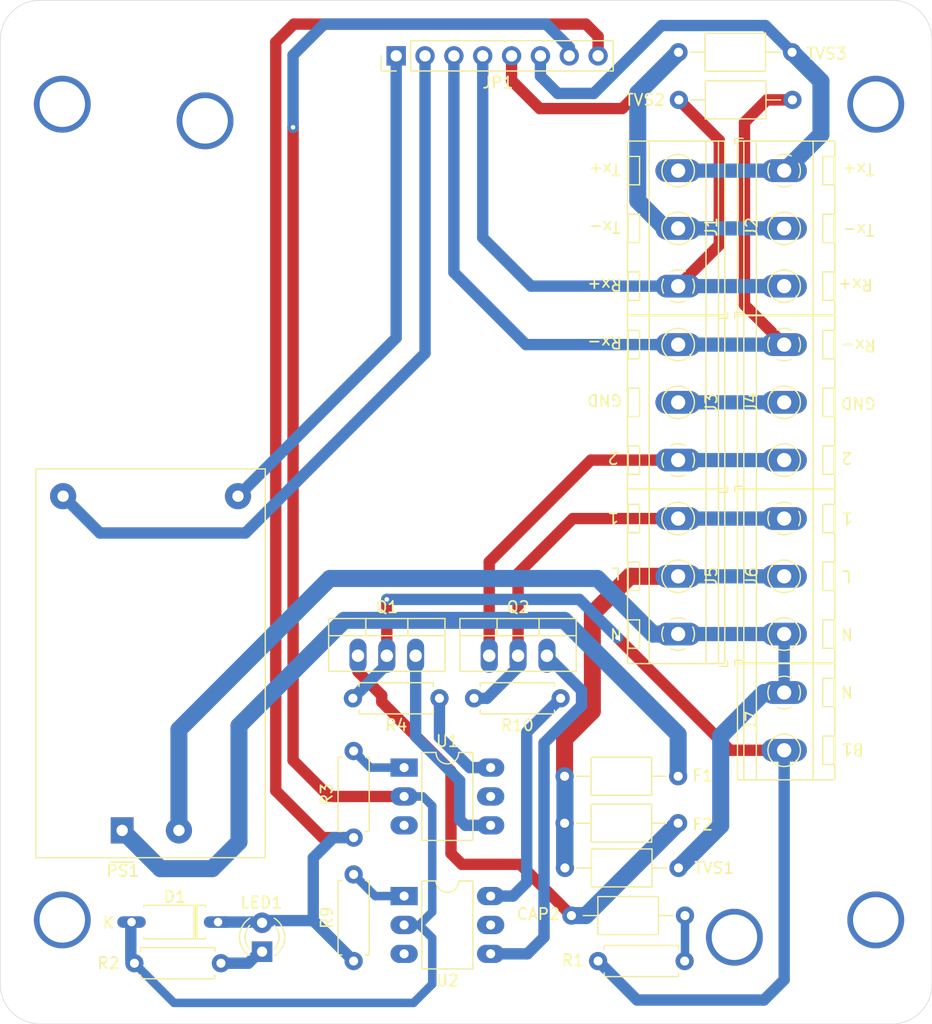
<source format=kicad_pcb>
(kicad_pcb (version 20171130) (host pcbnew "(5.1.12)-1")

  (general
    (thickness 1.6)
    (drawings 28)
    (tracks 186)
    (zones 0)
    (modules 27)
    (nets 29)
  )

  (page A4)
  (layers
    (0 F.Cu signal)
    (31 B.Cu signal)
    (32 B.Adhes user)
    (33 F.Adhes user)
    (34 B.Paste user)
    (35 F.Paste user)
    (36 B.SilkS user)
    (37 F.SilkS user)
    (38 B.Mask user)
    (39 F.Mask user)
    (40 Dwgs.User user)
    (41 Cmts.User user)
    (42 Eco1.User user)
    (43 Eco2.User user)
    (44 Edge.Cuts user)
    (45 Margin user)
    (46 B.CrtYd user)
    (47 F.CrtYd user)
    (48 B.Fab user)
    (49 F.Fab user hide)
  )

  (setup
    (last_trace_width 0.25)
    (user_trace_width 0.5)
    (user_trace_width 0.75)
    (user_trace_width 1)
    (user_trace_width 1.25)
    (user_trace_width 1.5)
    (trace_clearance 0.2)
    (zone_clearance 0.508)
    (zone_45_only no)
    (trace_min 0.2)
    (via_size 0.8)
    (via_drill 0.4)
    (via_min_size 0.4)
    (via_min_drill 0.3)
    (uvia_size 0.3)
    (uvia_drill 0.1)
    (uvias_allowed no)
    (uvia_min_size 0.2)
    (uvia_min_drill 0.1)
    (edge_width 0.05)
    (segment_width 0.2)
    (pcb_text_width 0.3)
    (pcb_text_size 1.5 1.5)
    (mod_edge_width 0.12)
    (mod_text_size 1 1)
    (mod_text_width 0.15)
    (pad_size 2 4)
    (pad_drill 1.25)
    (pad_to_mask_clearance 0)
    (aux_axis_origin 0 0)
    (visible_elements 7FFFFFFF)
    (pcbplotparams
      (layerselection 0x010fc_ffffffff)
      (usegerberextensions false)
      (usegerberattributes true)
      (usegerberadvancedattributes true)
      (creategerberjobfile true)
      (excludeedgelayer true)
      (linewidth 0.100000)
      (plotframeref false)
      (viasonmask false)
      (mode 1)
      (useauxorigin false)
      (hpglpennumber 1)
      (hpglpenspeed 20)
      (hpglpendiameter 15.000000)
      (psnegative false)
      (psa4output false)
      (plotreference true)
      (plotvalue true)
      (plotinvisibletext false)
      (padsonsilk false)
      (subtractmaskfromsilk false)
      (outputformat 1)
      (mirror false)
      (drillshape 1)
      (scaleselection 1)
      (outputdirectory ""))
  )

  (net 0 "")
  (net 1 "Net-(CAP2-Pad2)")
  (net 2 "Net-(CAP2-Pad1)")
  (net 3 "Net-(D1-Pad2)")
  (net 4 "Net-(D1-Pad1)")
  (net 5 "Net-(F1-Pad2)")
  (net 6 "Net-(F1-Pad1)")
  (net 7 "Net-(J1-Pad3)")
  (net 8 "Net-(J1-Pad2)")
  (net 9 "Net-(J1-Pad1)")
  (net 10 "Net-(J3-Pad3)")
  (net 11 "Net-(J3-Pad2)")
  (net 12 "Net-(J3-Pad1)")
  (net 13 "Net-(J5-Pad3)")
  (net 14 "Net-(J5-Pad1)")
  (net 15 "Net-(J7-Pad2)")
  (net 16 "Net-(JP1-Pad2)")
  (net 17 "Net-(Q1-Pad3)")
  (net 18 "Net-(Q2-Pad3)")
  (net 19 "Net-(U1-Pad3)")
  (net 20 "Net-(U1-Pad5)")
  (net 21 "Net-(U2-Pad3)")
  (net 22 "Net-(U2-Pad5)")
  (net 23 "Net-(R3-Pad2)")
  (net 24 "Net-(R4-Pad1)")
  (net 25 "Net-(R9-Pad2)")
  (net 26 "Net-(R10-Pad1)")
  (net 27 "Net-(JP1-Pad1)")
  (net 28 "Net-(LED1-Pad1)")

  (net_class Default "This is the default net class."
    (clearance 0.2)
    (trace_width 0.25)
    (via_dia 0.8)
    (via_drill 0.4)
    (uvia_dia 0.3)
    (uvia_drill 0.1)
    (add_net "Net-(CAP2-Pad1)")
    (add_net "Net-(CAP2-Pad2)")
    (add_net "Net-(D1-Pad1)")
    (add_net "Net-(D1-Pad2)")
    (add_net "Net-(F1-Pad1)")
    (add_net "Net-(F1-Pad2)")
    (add_net "Net-(J1-Pad1)")
    (add_net "Net-(J1-Pad2)")
    (add_net "Net-(J1-Pad3)")
    (add_net "Net-(J3-Pad1)")
    (add_net "Net-(J3-Pad2)")
    (add_net "Net-(J3-Pad3)")
    (add_net "Net-(J5-Pad1)")
    (add_net "Net-(J5-Pad3)")
    (add_net "Net-(J7-Pad2)")
    (add_net "Net-(JP1-Pad1)")
    (add_net "Net-(JP1-Pad2)")
    (add_net "Net-(LED1-Pad1)")
    (add_net "Net-(Q1-Pad3)")
    (add_net "Net-(Q2-Pad3)")
    (add_net "Net-(R10-Pad1)")
    (add_net "Net-(R3-Pad2)")
    (add_net "Net-(R4-Pad1)")
    (add_net "Net-(R9-Pad2)")
    (add_net "Net-(U1-Pad3)")
    (add_net "Net-(U1-Pad5)")
    (add_net "Net-(U2-Pad3)")
    (add_net "Net-(U2-Pad5)")
  )

  (module Converter_ACDC:Converter_ACDC_HiLink_HLK-PMxx (layer F.Cu) (tedit 5C1AC1CD) (tstamp 6541D342)
    (at 109.6645 103.378 90)
    (descr "ACDC-Converter, 3W, HiLink, HLK-PMxx, THT, http://www.hlktech.net/product_detail.php?ProId=54")
    (tags "ACDC-Converter 3W THT HiLink board mount module")
    (path /65417F1D)
    (fp_text reference PS1 (at -3.556 0.0635) (layer F.SilkS)
      (effects (font (size 1 1) (thickness 0.15)))
    )
    (fp_text value HLK-PM01 (at 15.79 13.85 90) (layer F.Fab)
      (effects (font (size 1 1) (thickness 0.15)))
    )
    (fp_line (start -2.3 12.5) (end 31.7 12.5) (layer F.Fab) (width 0.1))
    (fp_line (start 31.7 12.5) (end 31.7 -7.5) (layer F.Fab) (width 0.1))
    (fp_line (start -2.3 12.5) (end -2.3 0.99) (layer F.Fab) (width 0.1))
    (fp_line (start -2.3 -7.5) (end 31.7 -7.5) (layer F.Fab) (width 0.1))
    (fp_line (start -1.29 0) (end -2.29 1) (layer F.Fab) (width 0.1))
    (fp_line (start -2.29 -1) (end -1.29 0) (layer F.Fab) (width 0.1))
    (fp_line (start -2.3 -1) (end -2.3 -7.5) (layer F.Fab) (width 0.1))
    (fp_line (start -2.55 12.75) (end 31.95 12.75) (layer F.CrtYd) (width 0.05))
    (fp_line (start 31.95 12.75) (end 31.95 -7.75) (layer F.CrtYd) (width 0.05))
    (fp_line (start 31.95 -7.75) (end -2.55 -7.75) (layer F.CrtYd) (width 0.05))
    (fp_line (start -2.55 -7.75) (end -2.55 12.75) (layer F.CrtYd) (width 0.05))
    (fp_line (start -2.4 -7.6) (end -2.4 12.6) (layer F.SilkS) (width 0.12))
    (fp_line (start -2.4 12.6) (end 31.8 12.6) (layer F.SilkS) (width 0.12))
    (fp_line (start 31.8 12.6) (end 31.8 -7.6) (layer F.SilkS) (width 0.12))
    (fp_line (start 31.8 -7.6) (end -2.4 -7.6) (layer F.SilkS) (width 0.12))
    (fp_line (start -2.79 -1) (end -2.79 1.01) (layer F.SilkS) (width 0.12))
    (fp_text user %R (at 14.68 1.17 90) (layer F.Fab)
      (effects (font (size 1 1) (thickness 0.15)))
    )
    (pad 4 thru_hole circle (at 29.4 10.2 90) (size 2.3 2.3) (drill 1) (layers *.Cu *.Mask)
      (net 27 "Net-(JP1-Pad1)"))
    (pad 2 thru_hole circle (at 0 5 90) (size 2.3 2.3) (drill 1) (layers *.Cu *.Mask)
      (net 14 "Net-(J5-Pad1)"))
    (pad 1 thru_hole rect (at 0 0 90) (size 2.3 2) (drill 1) (layers *.Cu *.Mask)
      (net 6 "Net-(F1-Pad1)"))
    (pad 3 thru_hole circle (at 29.4 -5.2 90) (size 2.3 2.3) (drill 1) (layers *.Cu *.Mask)
      (net 16 "Net-(JP1-Pad2)"))
    (model ${KISYS3DMOD}/Converter_ACDC.3dshapes/Converter_ACDC_HiLink_HLK-PMxx.wrl
      (at (xyz 0 0 0))
      (scale (xyz 1 1 1))
      (rotate (xyz 0 0 0))
    )
  )

  (module Capacitor_THT:C_Axial_L5.1mm_D3.1mm_P10.00mm_Horizontal (layer F.Cu) (tedit 5AE50EF0) (tstamp 6542989B)
    (at 168.656 34.925 180)
    (descr "C, Axial series, Axial, Horizontal, pin pitch=10mm, , length*diameter=5.1*3.1mm^2, http://www.vishay.com/docs/45231/arseries.pdf")
    (tags "C Axial series Axial Horizontal pin pitch 10mm  length 5.1mm diameter 3.1mm")
    (path /657043F1)
    (fp_text reference TVS3 (at -3.048 -0.127) (layer F.SilkS)
      (effects (font (size 1 1) (thickness 0.15)))
    )
    (fp_text value na (at 5 2.67) (layer F.Fab)
      (effects (font (size 1 1) (thickness 0.15)))
    )
    (fp_line (start 2.45 -1.55) (end 2.45 1.55) (layer F.Fab) (width 0.1))
    (fp_line (start 2.45 1.55) (end 7.55 1.55) (layer F.Fab) (width 0.1))
    (fp_line (start 7.55 1.55) (end 7.55 -1.55) (layer F.Fab) (width 0.1))
    (fp_line (start 7.55 -1.55) (end 2.45 -1.55) (layer F.Fab) (width 0.1))
    (fp_line (start 0 0) (end 2.45 0) (layer F.Fab) (width 0.1))
    (fp_line (start 10 0) (end 7.55 0) (layer F.Fab) (width 0.1))
    (fp_line (start 2.33 -1.67) (end 2.33 1.67) (layer F.SilkS) (width 0.12))
    (fp_line (start 2.33 1.67) (end 7.67 1.67) (layer F.SilkS) (width 0.12))
    (fp_line (start 7.67 1.67) (end 7.67 -1.67) (layer F.SilkS) (width 0.12))
    (fp_line (start 7.67 -1.67) (end 2.33 -1.67) (layer F.SilkS) (width 0.12))
    (fp_line (start 1.04 0) (end 2.33 0) (layer F.SilkS) (width 0.12))
    (fp_line (start 8.96 0) (end 7.67 0) (layer F.SilkS) (width 0.12))
    (fp_line (start -1.05 -1.8) (end -1.05 1.8) (layer F.CrtYd) (width 0.05))
    (fp_line (start -1.05 1.8) (end 11.05 1.8) (layer F.CrtYd) (width 0.05))
    (fp_line (start 11.05 1.8) (end 11.05 -1.8) (layer F.CrtYd) (width 0.05))
    (fp_line (start 11.05 -1.8) (end -1.05 -1.8) (layer F.CrtYd) (width 0.05))
    (fp_text user %R (at 5 0) (layer F.Fab)
      (effects (font (size 1 1) (thickness 0.15)))
    )
    (pad 2 thru_hole oval (at 10 0 180) (size 1.6 1.6) (drill 0.8) (layers *.Cu *.Mask)
      (net 8 "Net-(J1-Pad2)"))
    (pad 1 thru_hole circle (at 0 0 180) (size 1.6 1.6) (drill 0.8) (layers *.Cu *.Mask)
      (net 7 "Net-(J1-Pad3)"))
    (model ${KISYS3DMOD}/Capacitor_THT.3dshapes/C_Axial_L5.1mm_D3.1mm_P10.00mm_Horizontal.wrl
      (at (xyz 0 0 0))
      (scale (xyz 1 1 1))
      (rotate (xyz 0 0 0))
    )
  )

  (module Capacitor_THT:C_Axial_L5.1mm_D3.1mm_P10.00mm_Horizontal (layer F.Cu) (tedit 5AE50EF0) (tstamp 65429884)
    (at 158.6865 39.116)
    (descr "C, Axial series, Axial, Horizontal, pin pitch=10mm, , length*diameter=5.1*3.1mm^2, http://www.vishay.com/docs/45231/arseries.pdf")
    (tags "C Axial series Axial Horizontal pin pitch 10mm  length 5.1mm diameter 3.1mm")
    (path /657043F7)
    (fp_text reference TVS2 (at -2.9845 0) (layer F.SilkS)
      (effects (font (size 1 1) (thickness 0.15)))
    )
    (fp_text value na (at 5 2.67) (layer F.Fab)
      (effects (font (size 1 1) (thickness 0.15)))
    )
    (fp_line (start 2.45 -1.55) (end 2.45 1.55) (layer F.Fab) (width 0.1))
    (fp_line (start 2.45 1.55) (end 7.55 1.55) (layer F.Fab) (width 0.1))
    (fp_line (start 7.55 1.55) (end 7.55 -1.55) (layer F.Fab) (width 0.1))
    (fp_line (start 7.55 -1.55) (end 2.45 -1.55) (layer F.Fab) (width 0.1))
    (fp_line (start 0 0) (end 2.45 0) (layer F.Fab) (width 0.1))
    (fp_line (start 10 0) (end 7.55 0) (layer F.Fab) (width 0.1))
    (fp_line (start 2.33 -1.67) (end 2.33 1.67) (layer F.SilkS) (width 0.12))
    (fp_line (start 2.33 1.67) (end 7.67 1.67) (layer F.SilkS) (width 0.12))
    (fp_line (start 7.67 1.67) (end 7.67 -1.67) (layer F.SilkS) (width 0.12))
    (fp_line (start 7.67 -1.67) (end 2.33 -1.67) (layer F.SilkS) (width 0.12))
    (fp_line (start 1.04 0) (end 2.33 0) (layer F.SilkS) (width 0.12))
    (fp_line (start 8.96 0) (end 7.67 0) (layer F.SilkS) (width 0.12))
    (fp_line (start -1.05 -1.8) (end -1.05 1.8) (layer F.CrtYd) (width 0.05))
    (fp_line (start -1.05 1.8) (end 11.05 1.8) (layer F.CrtYd) (width 0.05))
    (fp_line (start 11.05 1.8) (end 11.05 -1.8) (layer F.CrtYd) (width 0.05))
    (fp_line (start 11.05 -1.8) (end -1.05 -1.8) (layer F.CrtYd) (width 0.05))
    (fp_text user %R (at 5 0) (layer F.Fab)
      (effects (font (size 1 1) (thickness 0.15)))
    )
    (pad 2 thru_hole oval (at 10 0) (size 1.6 1.6) (drill 0.8) (layers *.Cu *.Mask)
      (net 10 "Net-(J3-Pad3)"))
    (pad 1 thru_hole circle (at 0 0) (size 1.6 1.6) (drill 0.8) (layers *.Cu *.Mask)
      (net 9 "Net-(J1-Pad1)"))
    (model ${KISYS3DMOD}/Capacitor_THT.3dshapes/C_Axial_L5.1mm_D3.1mm_P10.00mm_Horizontal.wrl
      (at (xyz 0 0 0))
      (scale (xyz 1 1 1))
      (rotate (xyz 0 0 0))
    )
  )

  (module Capacitor_THT:C_Axial_L5.1mm_D3.1mm_P10.00mm_Horizontal (layer F.Cu) (tedit 5AE50EF0) (tstamp 6542986D)
    (at 148.6535 106.68)
    (descr "C, Axial series, Axial, Horizontal, pin pitch=10mm, , length*diameter=5.1*3.1mm^2, http://www.vishay.com/docs/45231/arseries.pdf")
    (tags "C Axial series Axial Horizontal pin pitch 10mm  length 5.1mm diameter 3.1mm")
    (path /65704B3E)
    (fp_text reference TVS1 (at 13.1445 0) (layer F.SilkS)
      (effects (font (size 1 1) (thickness 0.15)))
    )
    (fp_text value tf800 (at 5 2.67) (layer F.Fab)
      (effects (font (size 1 1) (thickness 0.15)))
    )
    (fp_line (start 2.45 -1.55) (end 2.45 1.55) (layer F.Fab) (width 0.1))
    (fp_line (start 2.45 1.55) (end 7.55 1.55) (layer F.Fab) (width 0.1))
    (fp_line (start 7.55 1.55) (end 7.55 -1.55) (layer F.Fab) (width 0.1))
    (fp_line (start 7.55 -1.55) (end 2.45 -1.55) (layer F.Fab) (width 0.1))
    (fp_line (start 0 0) (end 2.45 0) (layer F.Fab) (width 0.1))
    (fp_line (start 10 0) (end 7.55 0) (layer F.Fab) (width 0.1))
    (fp_line (start 2.33 -1.67) (end 2.33 1.67) (layer F.SilkS) (width 0.12))
    (fp_line (start 2.33 1.67) (end 7.67 1.67) (layer F.SilkS) (width 0.12))
    (fp_line (start 7.67 1.67) (end 7.67 -1.67) (layer F.SilkS) (width 0.12))
    (fp_line (start 7.67 -1.67) (end 2.33 -1.67) (layer F.SilkS) (width 0.12))
    (fp_line (start 1.04 0) (end 2.33 0) (layer F.SilkS) (width 0.12))
    (fp_line (start 8.96 0) (end 7.67 0) (layer F.SilkS) (width 0.12))
    (fp_line (start -1.05 -1.8) (end -1.05 1.8) (layer F.CrtYd) (width 0.05))
    (fp_line (start -1.05 1.8) (end 11.05 1.8) (layer F.CrtYd) (width 0.05))
    (fp_line (start 11.05 1.8) (end 11.05 -1.8) (layer F.CrtYd) (width 0.05))
    (fp_line (start 11.05 -1.8) (end -1.05 -1.8) (layer F.CrtYd) (width 0.05))
    (fp_text user %R (at 5 0) (layer F.Fab)
      (effects (font (size 1 1) (thickness 0.15)))
    )
    (pad 2 thru_hole oval (at 10 0) (size 1.6 1.6) (drill 0.8) (layers *.Cu *.Mask)
      (net 14 "Net-(J5-Pad1)"))
    (pad 1 thru_hole circle (at 0 0) (size 1.6 1.6) (drill 0.8) (layers *.Cu *.Mask)
      (net 5 "Net-(F1-Pad2)"))
    (model ${KISYS3DMOD}/Capacitor_THT.3dshapes/C_Axial_L5.1mm_D3.1mm_P10.00mm_Horizontal.wrl
      (at (xyz 0 0 0))
      (scale (xyz 1 1 1))
      (rotate (xyz 0 0 0))
    )
  )

  (module Package_DIP:DIP-6_W7.62mm_LongPads (layer F.Cu) (tedit 5A02E8C5) (tstamp 6541D45D)
    (at 134.493 109.1565)
    (descr "6-lead though-hole mounted DIP package, row spacing 7.62 mm (300 mils), LongPads")
    (tags "THT DIP DIL PDIP 2.54mm 7.62mm 300mil LongPads")
    (path /65436189)
    (fp_text reference U2 (at 3.81 7.4295) (layer F.SilkS)
      (effects (font (size 1 1) (thickness 0.15)))
    )
    (fp_text value MOC3063 (at 3.81 7.41) (layer F.Fab)
      (effects (font (size 1 1) (thickness 0.15)))
    )
    (fp_line (start 1.635 -1.27) (end 6.985 -1.27) (layer F.Fab) (width 0.1))
    (fp_line (start 6.985 -1.27) (end 6.985 6.35) (layer F.Fab) (width 0.1))
    (fp_line (start 6.985 6.35) (end 0.635 6.35) (layer F.Fab) (width 0.1))
    (fp_line (start 0.635 6.35) (end 0.635 -0.27) (layer F.Fab) (width 0.1))
    (fp_line (start 0.635 -0.27) (end 1.635 -1.27) (layer F.Fab) (width 0.1))
    (fp_line (start 2.81 -1.33) (end 1.56 -1.33) (layer F.SilkS) (width 0.12))
    (fp_line (start 1.56 -1.33) (end 1.56 6.41) (layer F.SilkS) (width 0.12))
    (fp_line (start 1.56 6.41) (end 6.06 6.41) (layer F.SilkS) (width 0.12))
    (fp_line (start 6.06 6.41) (end 6.06 -1.33) (layer F.SilkS) (width 0.12))
    (fp_line (start 6.06 -1.33) (end 4.81 -1.33) (layer F.SilkS) (width 0.12))
    (fp_line (start -1.45 -1.55) (end -1.45 6.6) (layer F.CrtYd) (width 0.05))
    (fp_line (start -1.45 6.6) (end 9.1 6.6) (layer F.CrtYd) (width 0.05))
    (fp_line (start 9.1 6.6) (end 9.1 -1.55) (layer F.CrtYd) (width 0.05))
    (fp_line (start 9.1 -1.55) (end -1.45 -1.55) (layer F.CrtYd) (width 0.05))
    (fp_text user %R (at 3.81 2.54) (layer F.Fab)
      (effects (font (size 1 1) (thickness 0.15)))
    )
    (fp_arc (start 3.81 -1.33) (end 2.81 -1.33) (angle -180) (layer F.SilkS) (width 0.12))
    (pad 6 thru_hole oval (at 7.62 0) (size 2.4 1.6) (drill 0.8) (layers *.Cu *.Mask)
      (net 26 "Net-(R10-Pad1)"))
    (pad 3 thru_hole oval (at 0 5.08) (size 2.4 1.6) (drill 0.8) (layers *.Cu *.Mask)
      (net 21 "Net-(U2-Pad3)"))
    (pad 5 thru_hole oval (at 7.62 2.54) (size 2.4 1.6) (drill 0.8) (layers *.Cu *.Mask)
      (net 22 "Net-(U2-Pad5)"))
    (pad 2 thru_hole oval (at 0 2.54) (size 2.4 1.6) (drill 0.8) (layers *.Cu *.Mask)
      (net 3 "Net-(D1-Pad2)"))
    (pad 4 thru_hole oval (at 7.62 5.08) (size 2.4 1.6) (drill 0.8) (layers *.Cu *.Mask)
      (net 18 "Net-(Q2-Pad3)"))
    (pad 1 thru_hole rect (at 0 0) (size 2.4 1.6) (drill 0.8) (layers *.Cu *.Mask)
      (net 25 "Net-(R9-Pad2)"))
    (model ${KISYS3DMOD}/Package_DIP.3dshapes/DIP-6_W7.62mm.wrl
      (at (xyz 0 0 0))
      (scale (xyz 1 1 1))
      (rotate (xyz 0 0 0))
    )
  )

  (module Package_DIP:DIP-6_W7.62mm_LongPads (layer F.Cu) (tedit 5A02E8C5) (tstamp 6541D443)
    (at 134.493 97.8535)
    (descr "6-lead though-hole mounted DIP package, row spacing 7.62 mm (300 mils), LongPads")
    (tags "THT DIP DIL PDIP 2.54mm 7.62mm 300mil LongPads")
    (path /65431818)
    (fp_text reference U1 (at 3.81 -2.33) (layer F.SilkS)
      (effects (font (size 1 1) (thickness 0.15)))
    )
    (fp_text value MOC3063 (at 3.81 7.41) (layer F.Fab)
      (effects (font (size 1 1) (thickness 0.15)))
    )
    (fp_line (start 1.635 -1.27) (end 6.985 -1.27) (layer F.Fab) (width 0.1))
    (fp_line (start 6.985 -1.27) (end 6.985 6.35) (layer F.Fab) (width 0.1))
    (fp_line (start 6.985 6.35) (end 0.635 6.35) (layer F.Fab) (width 0.1))
    (fp_line (start 0.635 6.35) (end 0.635 -0.27) (layer F.Fab) (width 0.1))
    (fp_line (start 0.635 -0.27) (end 1.635 -1.27) (layer F.Fab) (width 0.1))
    (fp_line (start 2.81 -1.33) (end 1.56 -1.33) (layer F.SilkS) (width 0.12))
    (fp_line (start 1.56 -1.33) (end 1.56 6.41) (layer F.SilkS) (width 0.12))
    (fp_line (start 1.56 6.41) (end 6.06 6.41) (layer F.SilkS) (width 0.12))
    (fp_line (start 6.06 6.41) (end 6.06 -1.33) (layer F.SilkS) (width 0.12))
    (fp_line (start 6.06 -1.33) (end 4.81 -1.33) (layer F.SilkS) (width 0.12))
    (fp_line (start -1.45 -1.55) (end -1.45 6.6) (layer F.CrtYd) (width 0.05))
    (fp_line (start -1.45 6.6) (end 9.1 6.6) (layer F.CrtYd) (width 0.05))
    (fp_line (start 9.1 6.6) (end 9.1 -1.55) (layer F.CrtYd) (width 0.05))
    (fp_line (start 9.1 -1.55) (end -1.45 -1.55) (layer F.CrtYd) (width 0.05))
    (fp_text user %R (at 3.81 2.54) (layer F.Fab)
      (effects (font (size 1 1) (thickness 0.15)))
    )
    (fp_arc (start 3.81 -1.33) (end 2.81 -1.33) (angle -180) (layer F.SilkS) (width 0.12))
    (pad 6 thru_hole oval (at 7.62 0) (size 2.4 1.6) (drill 0.8) (layers *.Cu *.Mask)
      (net 24 "Net-(R4-Pad1)"))
    (pad 3 thru_hole oval (at 0 5.08) (size 2.4 1.6) (drill 0.8) (layers *.Cu *.Mask)
      (net 19 "Net-(U1-Pad3)"))
    (pad 5 thru_hole oval (at 7.62 2.54) (size 2.4 1.6) (drill 0.8) (layers *.Cu *.Mask)
      (net 20 "Net-(U1-Pad5)"))
    (pad 2 thru_hole oval (at 0 2.54) (size 2.4 1.6) (drill 0.8) (layers *.Cu *.Mask)
      (net 3 "Net-(D1-Pad2)"))
    (pad 4 thru_hole oval (at 7.62 5.08) (size 2.4 1.6) (drill 0.8) (layers *.Cu *.Mask)
      (net 17 "Net-(Q1-Pad3)"))
    (pad 1 thru_hole rect (at 0 0) (size 2.4 1.6) (drill 0.8) (layers *.Cu *.Mask)
      (net 23 "Net-(R3-Pad2)"))
    (model ${KISYS3DMOD}/Package_DIP.3dshapes/DIP-6_W7.62mm.wrl
      (at (xyz 0 0 0))
      (scale (xyz 1 1 1))
      (rotate (xyz 0 0 0))
    )
  )

  (module Resistor_THT:R_Axial_DIN0207_L6.3mm_D2.5mm_P7.62mm_Horizontal (layer F.Cu) (tedit 5AE5139B) (tstamp 6541D417)
    (at 148.2725 91.7575 180)
    (descr "Resistor, Axial_DIN0207 series, Axial, Horizontal, pin pitch=7.62mm, 0.25W = 1/4W, length*diameter=6.3*2.5mm^2, http://cdn-reichelt.de/documents/datenblatt/B400/1_4W%23YAG.pdf")
    (tags "Resistor Axial_DIN0207 series Axial Horizontal pin pitch 7.62mm 0.25W = 1/4W length 6.3mm diameter 2.5mm")
    (path /65423B28)
    (fp_text reference R10 (at 3.81 -2.37) (layer F.SilkS)
      (effects (font (size 1 1) (thickness 0.15)))
    )
    (fp_text value 200 (at 3.81 2.37) (layer F.Fab)
      (effects (font (size 1 1) (thickness 0.15)))
    )
    (fp_line (start 0.66 -1.25) (end 0.66 1.25) (layer F.Fab) (width 0.1))
    (fp_line (start 0.66 1.25) (end 6.96 1.25) (layer F.Fab) (width 0.1))
    (fp_line (start 6.96 1.25) (end 6.96 -1.25) (layer F.Fab) (width 0.1))
    (fp_line (start 6.96 -1.25) (end 0.66 -1.25) (layer F.Fab) (width 0.1))
    (fp_line (start 0 0) (end 0.66 0) (layer F.Fab) (width 0.1))
    (fp_line (start 7.62 0) (end 6.96 0) (layer F.Fab) (width 0.1))
    (fp_line (start 0.54 -1.04) (end 0.54 -1.37) (layer F.SilkS) (width 0.12))
    (fp_line (start 0.54 -1.37) (end 7.08 -1.37) (layer F.SilkS) (width 0.12))
    (fp_line (start 7.08 -1.37) (end 7.08 -1.04) (layer F.SilkS) (width 0.12))
    (fp_line (start 0.54 1.04) (end 0.54 1.37) (layer F.SilkS) (width 0.12))
    (fp_line (start 0.54 1.37) (end 7.08 1.37) (layer F.SilkS) (width 0.12))
    (fp_line (start 7.08 1.37) (end 7.08 1.04) (layer F.SilkS) (width 0.12))
    (fp_line (start -1.05 -1.5) (end -1.05 1.5) (layer F.CrtYd) (width 0.05))
    (fp_line (start -1.05 1.5) (end 8.67 1.5) (layer F.CrtYd) (width 0.05))
    (fp_line (start 8.67 1.5) (end 8.67 -1.5) (layer F.CrtYd) (width 0.05))
    (fp_line (start 8.67 -1.5) (end -1.05 -1.5) (layer F.CrtYd) (width 0.05))
    (fp_text user %R (at 3.81 0) (layer F.Fab)
      (effects (font (size 1 1) (thickness 0.15)))
    )
    (pad 2 thru_hole oval (at 7.62 0 180) (size 1.6 1.6) (drill 0.8) (layers *.Cu *.Mask)
      (net 13 "Net-(J5-Pad3)"))
    (pad 1 thru_hole circle (at 0 0 180) (size 1.6 1.6) (drill 0.8) (layers *.Cu *.Mask)
      (net 26 "Net-(R10-Pad1)"))
    (model ${KISYS3DMOD}/Resistor_THT.3dshapes/R_Axial_DIN0207_L6.3mm_D2.5mm_P7.62mm_Horizontal.wrl
      (at (xyz 0 0 0))
      (scale (xyz 1 1 1))
      (rotate (xyz 0 0 0))
    )
  )

  (module Resistor_THT:R_Axial_DIN0207_L6.3mm_D2.5mm_P7.62mm_Horizontal (layer F.Cu) (tedit 5AE5139B) (tstamp 6541D400)
    (at 130.048 114.8715 90)
    (descr "Resistor, Axial_DIN0207 series, Axial, Horizontal, pin pitch=7.62mm, 0.25W = 1/4W, length*diameter=6.3*2.5mm^2, http://cdn-reichelt.de/documents/datenblatt/B400/1_4W%23YAG.pdf")
    (tags "Resistor Axial_DIN0207 series Axial Horizontal pin pitch 7.62mm 0.25W = 1/4W length 6.3mm diameter 2.5mm")
    (path /6542384B)
    (fp_text reference R9 (at 3.81 -2.37 90) (layer F.SilkS)
      (effects (font (size 1 1) (thickness 0.15)))
    )
    (fp_text value 200 (at 3.81 2.37 90) (layer F.Fab)
      (effects (font (size 1 1) (thickness 0.15)))
    )
    (fp_line (start 0.66 -1.25) (end 0.66 1.25) (layer F.Fab) (width 0.1))
    (fp_line (start 0.66 1.25) (end 6.96 1.25) (layer F.Fab) (width 0.1))
    (fp_line (start 6.96 1.25) (end 6.96 -1.25) (layer F.Fab) (width 0.1))
    (fp_line (start 6.96 -1.25) (end 0.66 -1.25) (layer F.Fab) (width 0.1))
    (fp_line (start 0 0) (end 0.66 0) (layer F.Fab) (width 0.1))
    (fp_line (start 7.62 0) (end 6.96 0) (layer F.Fab) (width 0.1))
    (fp_line (start 0.54 -1.04) (end 0.54 -1.37) (layer F.SilkS) (width 0.12))
    (fp_line (start 0.54 -1.37) (end 7.08 -1.37) (layer F.SilkS) (width 0.12))
    (fp_line (start 7.08 -1.37) (end 7.08 -1.04) (layer F.SilkS) (width 0.12))
    (fp_line (start 0.54 1.04) (end 0.54 1.37) (layer F.SilkS) (width 0.12))
    (fp_line (start 0.54 1.37) (end 7.08 1.37) (layer F.SilkS) (width 0.12))
    (fp_line (start 7.08 1.37) (end 7.08 1.04) (layer F.SilkS) (width 0.12))
    (fp_line (start -1.05 -1.5) (end -1.05 1.5) (layer F.CrtYd) (width 0.05))
    (fp_line (start -1.05 1.5) (end 8.67 1.5) (layer F.CrtYd) (width 0.05))
    (fp_line (start 8.67 1.5) (end 8.67 -1.5) (layer F.CrtYd) (width 0.05))
    (fp_line (start 8.67 -1.5) (end -1.05 -1.5) (layer F.CrtYd) (width 0.05))
    (fp_text user %R (at 3.81 0 90) (layer F.Fab)
      (effects (font (size 1 1) (thickness 0.15)))
    )
    (pad 2 thru_hole oval (at 7.62 0 90) (size 1.6 1.6) (drill 0.8) (layers *.Cu *.Mask)
      (net 25 "Net-(R9-Pad2)"))
    (pad 1 thru_hole circle (at 0 0 90) (size 1.6 1.6) (drill 0.8) (layers *.Cu *.Mask)
      (net 4 "Net-(D1-Pad1)"))
    (model ${KISYS3DMOD}/Resistor_THT.3dshapes/R_Axial_DIN0207_L6.3mm_D2.5mm_P7.62mm_Horizontal.wrl
      (at (xyz 0 0 0))
      (scale (xyz 1 1 1))
      (rotate (xyz 0 0 0))
    )
  )

  (module Resistor_THT:R_Axial_DIN0207_L6.3mm_D2.5mm_P7.62mm_Horizontal (layer F.Cu) (tedit 5AE5139B) (tstamp 6541D3D2)
    (at 137.6045 91.7575 180)
    (descr "Resistor, Axial_DIN0207 series, Axial, Horizontal, pin pitch=7.62mm, 0.25W = 1/4W, length*diameter=6.3*2.5mm^2, http://cdn-reichelt.de/documents/datenblatt/B400/1_4W%23YAG.pdf")
    (tags "Resistor Axial_DIN0207 series Axial Horizontal pin pitch 7.62mm 0.25W = 1/4W length 6.3mm diameter 2.5mm")
    (path /65423222)
    (fp_text reference R4 (at 3.81 -2.37) (layer F.SilkS)
      (effects (font (size 1 1) (thickness 0.15)))
    )
    (fp_text value 200 (at 3.81 2.37) (layer F.Fab)
      (effects (font (size 1 1) (thickness 0.15)))
    )
    (fp_line (start 0.66 -1.25) (end 0.66 1.25) (layer F.Fab) (width 0.1))
    (fp_line (start 0.66 1.25) (end 6.96 1.25) (layer F.Fab) (width 0.1))
    (fp_line (start 6.96 1.25) (end 6.96 -1.25) (layer F.Fab) (width 0.1))
    (fp_line (start 6.96 -1.25) (end 0.66 -1.25) (layer F.Fab) (width 0.1))
    (fp_line (start 0 0) (end 0.66 0) (layer F.Fab) (width 0.1))
    (fp_line (start 7.62 0) (end 6.96 0) (layer F.Fab) (width 0.1))
    (fp_line (start 0.54 -1.04) (end 0.54 -1.37) (layer F.SilkS) (width 0.12))
    (fp_line (start 0.54 -1.37) (end 7.08 -1.37) (layer F.SilkS) (width 0.12))
    (fp_line (start 7.08 -1.37) (end 7.08 -1.04) (layer F.SilkS) (width 0.12))
    (fp_line (start 0.54 1.04) (end 0.54 1.37) (layer F.SilkS) (width 0.12))
    (fp_line (start 0.54 1.37) (end 7.08 1.37) (layer F.SilkS) (width 0.12))
    (fp_line (start 7.08 1.37) (end 7.08 1.04) (layer F.SilkS) (width 0.12))
    (fp_line (start -1.05 -1.5) (end -1.05 1.5) (layer F.CrtYd) (width 0.05))
    (fp_line (start -1.05 1.5) (end 8.67 1.5) (layer F.CrtYd) (width 0.05))
    (fp_line (start 8.67 1.5) (end 8.67 -1.5) (layer F.CrtYd) (width 0.05))
    (fp_line (start 8.67 -1.5) (end -1.05 -1.5) (layer F.CrtYd) (width 0.05))
    (fp_text user %R (at 3.81 0) (layer F.Fab)
      (effects (font (size 1 1) (thickness 0.15)))
    )
    (pad 2 thru_hole oval (at 7.62 0 180) (size 1.6 1.6) (drill 0.8) (layers *.Cu *.Mask)
      (net 15 "Net-(J7-Pad2)"))
    (pad 1 thru_hole circle (at 0 0 180) (size 1.6 1.6) (drill 0.8) (layers *.Cu *.Mask)
      (net 24 "Net-(R4-Pad1)"))
    (model ${KISYS3DMOD}/Resistor_THT.3dshapes/R_Axial_DIN0207_L6.3mm_D2.5mm_P7.62mm_Horizontal.wrl
      (at (xyz 0 0 0))
      (scale (xyz 1 1 1))
      (rotate (xyz 0 0 0))
    )
  )

  (module Resistor_THT:R_Axial_DIN0207_L6.3mm_D2.5mm_P7.62mm_Horizontal (layer F.Cu) (tedit 5AE5139B) (tstamp 6541D3BB)
    (at 130.048 104.013 90)
    (descr "Resistor, Axial_DIN0207 series, Axial, Horizontal, pin pitch=7.62mm, 0.25W = 1/4W, length*diameter=6.3*2.5mm^2, http://cdn-reichelt.de/documents/datenblatt/B400/1_4W%23YAG.pdf")
    (tags "Resistor Axial_DIN0207 series Axial Horizontal pin pitch 7.62mm 0.25W = 1/4W length 6.3mm diameter 2.5mm")
    (path /6542301A)
    (fp_text reference R3 (at 3.81 -2.37 90) (layer F.SilkS)
      (effects (font (size 1 1) (thickness 0.15)))
    )
    (fp_text value 200 (at 3.81 2.37 90) (layer F.Fab)
      (effects (font (size 1 1) (thickness 0.15)))
    )
    (fp_line (start 0.66 -1.25) (end 0.66 1.25) (layer F.Fab) (width 0.1))
    (fp_line (start 0.66 1.25) (end 6.96 1.25) (layer F.Fab) (width 0.1))
    (fp_line (start 6.96 1.25) (end 6.96 -1.25) (layer F.Fab) (width 0.1))
    (fp_line (start 6.96 -1.25) (end 0.66 -1.25) (layer F.Fab) (width 0.1))
    (fp_line (start 0 0) (end 0.66 0) (layer F.Fab) (width 0.1))
    (fp_line (start 7.62 0) (end 6.96 0) (layer F.Fab) (width 0.1))
    (fp_line (start 0.54 -1.04) (end 0.54 -1.37) (layer F.SilkS) (width 0.12))
    (fp_line (start 0.54 -1.37) (end 7.08 -1.37) (layer F.SilkS) (width 0.12))
    (fp_line (start 7.08 -1.37) (end 7.08 -1.04) (layer F.SilkS) (width 0.12))
    (fp_line (start 0.54 1.04) (end 0.54 1.37) (layer F.SilkS) (width 0.12))
    (fp_line (start 0.54 1.37) (end 7.08 1.37) (layer F.SilkS) (width 0.12))
    (fp_line (start 7.08 1.37) (end 7.08 1.04) (layer F.SilkS) (width 0.12))
    (fp_line (start -1.05 -1.5) (end -1.05 1.5) (layer F.CrtYd) (width 0.05))
    (fp_line (start -1.05 1.5) (end 8.67 1.5) (layer F.CrtYd) (width 0.05))
    (fp_line (start 8.67 1.5) (end 8.67 -1.5) (layer F.CrtYd) (width 0.05))
    (fp_line (start 8.67 -1.5) (end -1.05 -1.5) (layer F.CrtYd) (width 0.05))
    (fp_text user %R (at 3.81 0 90) (layer F.Fab)
      (effects (font (size 1 1) (thickness 0.15)))
    )
    (pad 2 thru_hole oval (at 7.62 0 90) (size 1.6 1.6) (drill 0.8) (layers *.Cu *.Mask)
      (net 23 "Net-(R3-Pad2)"))
    (pad 1 thru_hole circle (at 0 0 90) (size 1.6 1.6) (drill 0.8) (layers *.Cu *.Mask)
      (net 4 "Net-(D1-Pad1)"))
    (model ${KISYS3DMOD}/Resistor_THT.3dshapes/R_Axial_DIN0207_L6.3mm_D2.5mm_P7.62mm_Horizontal.wrl
      (at (xyz 0 0 0))
      (scale (xyz 1 1 1))
      (rotate (xyz 0 0 0))
    )
  )

  (module Resistor_THT:R_Axial_DIN0207_L6.3mm_D2.5mm_P7.62mm_Horizontal (layer F.Cu) (tedit 5AE5139B) (tstamp 6541D3A4)
    (at 110.744 115.062)
    (descr "Resistor, Axial_DIN0207 series, Axial, Horizontal, pin pitch=7.62mm, 0.25W = 1/4W, length*diameter=6.3*2.5mm^2, http://cdn-reichelt.de/documents/datenblatt/B400/1_4W%23YAG.pdf")
    (tags "Resistor Axial_DIN0207 series Axial Horizontal pin pitch 7.62mm 0.25W = 1/4W length 6.3mm diameter 2.5mm")
    (path /65422C0D)
    (fp_text reference R2 (at -2.286 0) (layer F.SilkS)
      (effects (font (size 1 1) (thickness 0.15)))
    )
    (fp_text value 110 (at 3.81 2.37) (layer F.Fab)
      (effects (font (size 1 1) (thickness 0.15)))
    )
    (fp_line (start 0.66 -1.25) (end 0.66 1.25) (layer F.Fab) (width 0.1))
    (fp_line (start 0.66 1.25) (end 6.96 1.25) (layer F.Fab) (width 0.1))
    (fp_line (start 6.96 1.25) (end 6.96 -1.25) (layer F.Fab) (width 0.1))
    (fp_line (start 6.96 -1.25) (end 0.66 -1.25) (layer F.Fab) (width 0.1))
    (fp_line (start 0 0) (end 0.66 0) (layer F.Fab) (width 0.1))
    (fp_line (start 7.62 0) (end 6.96 0) (layer F.Fab) (width 0.1))
    (fp_line (start 0.54 -1.04) (end 0.54 -1.37) (layer F.SilkS) (width 0.12))
    (fp_line (start 0.54 -1.37) (end 7.08 -1.37) (layer F.SilkS) (width 0.12))
    (fp_line (start 7.08 -1.37) (end 7.08 -1.04) (layer F.SilkS) (width 0.12))
    (fp_line (start 0.54 1.04) (end 0.54 1.37) (layer F.SilkS) (width 0.12))
    (fp_line (start 0.54 1.37) (end 7.08 1.37) (layer F.SilkS) (width 0.12))
    (fp_line (start 7.08 1.37) (end 7.08 1.04) (layer F.SilkS) (width 0.12))
    (fp_line (start -1.05 -1.5) (end -1.05 1.5) (layer F.CrtYd) (width 0.05))
    (fp_line (start -1.05 1.5) (end 8.67 1.5) (layer F.CrtYd) (width 0.05))
    (fp_line (start 8.67 1.5) (end 8.67 -1.5) (layer F.CrtYd) (width 0.05))
    (fp_line (start 8.67 -1.5) (end -1.05 -1.5) (layer F.CrtYd) (width 0.05))
    (fp_text user %R (at 3.81 0) (layer F.Fab)
      (effects (font (size 1 1) (thickness 0.15)))
    )
    (pad 2 thru_hole oval (at 7.62 0) (size 1.6 1.6) (drill 0.8) (layers *.Cu *.Mask)
      (net 28 "Net-(LED1-Pad1)"))
    (pad 1 thru_hole circle (at 0 0) (size 1.6 1.6) (drill 0.8) (layers *.Cu *.Mask)
      (net 3 "Net-(D1-Pad2)"))
    (model ${KISYS3DMOD}/Resistor_THT.3dshapes/R_Axial_DIN0207_L6.3mm_D2.5mm_P7.62mm_Horizontal.wrl
      (at (xyz 0 0 0))
      (scale (xyz 1 1 1))
      (rotate (xyz 0 0 0))
    )
  )

  (module Resistor_THT:R_Axial_DIN0207_L6.3mm_D2.5mm_P7.62mm_Horizontal (layer F.Cu) (tedit 5AE5139B) (tstamp 6541D38D)
    (at 151.5745 114.8715)
    (descr "Resistor, Axial_DIN0207 series, Axial, Horizontal, pin pitch=7.62mm, 0.25W = 1/4W, length*diameter=6.3*2.5mm^2, http://cdn-reichelt.de/documents/datenblatt/B400/1_4W%23YAG.pdf")
    (tags "Resistor Axial_DIN0207 series Axial Horizontal pin pitch 7.62mm 0.25W = 1/4W length 6.3mm diameter 2.5mm")
    (path /65421664)
    (fp_text reference R1 (at -2.2225 -0.0635) (layer F.SilkS)
      (effects (font (size 1 1) (thickness 0.15)))
    )
    (fp_text value na (at 3.81 2.37) (layer F.Fab)
      (effects (font (size 1 1) (thickness 0.15)))
    )
    (fp_line (start 0.66 -1.25) (end 0.66 1.25) (layer F.Fab) (width 0.1))
    (fp_line (start 0.66 1.25) (end 6.96 1.25) (layer F.Fab) (width 0.1))
    (fp_line (start 6.96 1.25) (end 6.96 -1.25) (layer F.Fab) (width 0.1))
    (fp_line (start 6.96 -1.25) (end 0.66 -1.25) (layer F.Fab) (width 0.1))
    (fp_line (start 0 0) (end 0.66 0) (layer F.Fab) (width 0.1))
    (fp_line (start 7.62 0) (end 6.96 0) (layer F.Fab) (width 0.1))
    (fp_line (start 0.54 -1.04) (end 0.54 -1.37) (layer F.SilkS) (width 0.12))
    (fp_line (start 0.54 -1.37) (end 7.08 -1.37) (layer F.SilkS) (width 0.12))
    (fp_line (start 7.08 -1.37) (end 7.08 -1.04) (layer F.SilkS) (width 0.12))
    (fp_line (start 0.54 1.04) (end 0.54 1.37) (layer F.SilkS) (width 0.12))
    (fp_line (start 0.54 1.37) (end 7.08 1.37) (layer F.SilkS) (width 0.12))
    (fp_line (start 7.08 1.37) (end 7.08 1.04) (layer F.SilkS) (width 0.12))
    (fp_line (start -1.05 -1.5) (end -1.05 1.5) (layer F.CrtYd) (width 0.05))
    (fp_line (start -1.05 1.5) (end 8.67 1.5) (layer F.CrtYd) (width 0.05))
    (fp_line (start 8.67 1.5) (end 8.67 -1.5) (layer F.CrtYd) (width 0.05))
    (fp_line (start 8.67 -1.5) (end -1.05 -1.5) (layer F.CrtYd) (width 0.05))
    (fp_text user %R (at 3.81 0) (layer F.Fab)
      (effects (font (size 1 1) (thickness 0.15)))
    )
    (pad 2 thru_hole oval (at 7.62 0) (size 1.6 1.6) (drill 0.8) (layers *.Cu *.Mask)
      (net 1 "Net-(CAP2-Pad2)"))
    (pad 1 thru_hole circle (at 0 0) (size 1.6 1.6) (drill 0.8) (layers *.Cu *.Mask)
      (net 15 "Net-(J7-Pad2)"))
    (model ${KISYS3DMOD}/Resistor_THT.3dshapes/R_Axial_DIN0207_L6.3mm_D2.5mm_P7.62mm_Horizontal.wrl
      (at (xyz 0 0 0))
      (scale (xyz 1 1 1))
      (rotate (xyz 0 0 0))
    )
  )

  (module Package_TO_SOT_THT:TO-220-3_Vertical (layer F.Cu) (tedit 654178CD) (tstamp 6541D376)
    (at 141.986 88.011)
    (descr "TO-220-3, Vertical, RM 2.54mm, see https://www.vishay.com/docs/66542/to-220-1.pdf")
    (tags "TO-220-3 Vertical RM 2.54mm")
    (path /65419B86)
    (fp_text reference Q2 (at 2.54 -4.27) (layer F.SilkS)
      (effects (font (size 1 1) (thickness 0.15)))
    )
    (fp_text value BTA08-600C (at 2.54 2.5) (layer F.Fab)
      (effects (font (size 1 1) (thickness 0.15)))
    )
    (fp_line (start -2.46 -3.15) (end -2.46 1.25) (layer F.Fab) (width 0.1))
    (fp_line (start -2.46 1.25) (end 7.54 1.25) (layer F.Fab) (width 0.1))
    (fp_line (start 7.54 1.25) (end 7.54 -3.15) (layer F.Fab) (width 0.1))
    (fp_line (start 7.54 -3.15) (end -2.46 -3.15) (layer F.Fab) (width 0.1))
    (fp_line (start -2.46 -1.88) (end 7.54 -1.88) (layer F.Fab) (width 0.1))
    (fp_line (start 0.69 -3.15) (end 0.69 -1.88) (layer F.Fab) (width 0.1))
    (fp_line (start 4.39 -3.15) (end 4.39 -1.88) (layer F.Fab) (width 0.1))
    (fp_line (start -2.58 -3.27) (end 7.66 -3.27) (layer F.SilkS) (width 0.12))
    (fp_line (start -2.58 1.371) (end 7.66 1.371) (layer F.SilkS) (width 0.12))
    (fp_line (start -2.58 -3.27) (end -2.58 1.371) (layer F.SilkS) (width 0.12))
    (fp_line (start 7.66 -3.27) (end 7.66 1.371) (layer F.SilkS) (width 0.12))
    (fp_line (start -2.58 -1.76) (end 7.66 -1.76) (layer F.SilkS) (width 0.12))
    (fp_line (start 0.69 -3.27) (end 0.69 -1.76) (layer F.SilkS) (width 0.12))
    (fp_line (start 4.391 -3.27) (end 4.391 -1.76) (layer F.SilkS) (width 0.12))
    (fp_line (start -2.71 -3.4) (end -2.71 1.51) (layer F.CrtYd) (width 0.05))
    (fp_line (start -2.71 1.51) (end 7.79 1.51) (layer F.CrtYd) (width 0.05))
    (fp_line (start 7.79 1.51) (end 7.79 -3.4) (layer F.CrtYd) (width 0.05))
    (fp_line (start 7.79 -3.4) (end -2.71 -3.4) (layer F.CrtYd) (width 0.05))
    (fp_text user %R (at 2.54 -4.27) (layer F.Fab)
      (effects (font (size 1 1) (thickness 0.15)))
    )
    (pad 3 thru_hole oval (at 5.08 0) (size 1.5 3) (drill 1.1) (layers *.Cu *.Mask)
      (net 18 "Net-(Q2-Pad3)"))
    (pad 2 thru_hole oval (at 2.54 0) (size 1.5 3) (drill 1.1) (layers *.Cu *.Mask)
      (net 13 "Net-(J5-Pad3)"))
    (pad 1 thru_hole oval (at 0 0) (size 1.5 3) (drill 1.1) (layers *.Cu *.Mask)
      (net 12 "Net-(J3-Pad1)"))
    (model ${KISYS3DMOD}/Package_TO_SOT_THT.3dshapes/TO-220-3_Vertical.wrl
      (at (xyz 0 0 0))
      (scale (xyz 1 1 1))
      (rotate (xyz 0 0 0))
    )
  )

  (module Package_TO_SOT_THT:TO-220-3_Vertical (layer F.Cu) (tedit 65417899) (tstamp 6541D35C)
    (at 130.429 88.011)
    (descr "TO-220-3, Vertical, RM 2.54mm, see https://www.vishay.com/docs/66542/to-220-1.pdf")
    (tags "TO-220-3 Vertical RM 2.54mm")
    (path /6541ABF9)
    (fp_text reference Q1 (at 2.54 -4.27) (layer F.SilkS)
      (effects (font (size 1 1) (thickness 0.15)))
    )
    (fp_text value BTA08-600C (at 2.54 2.5) (layer F.Fab)
      (effects (font (size 1 1) (thickness 0.15)))
    )
    (fp_line (start -2.46 -3.15) (end -2.46 1.25) (layer F.Fab) (width 0.1))
    (fp_line (start -2.46 1.25) (end 7.54 1.25) (layer F.Fab) (width 0.1))
    (fp_line (start 7.54 1.25) (end 7.54 -3.15) (layer F.Fab) (width 0.1))
    (fp_line (start 7.54 -3.15) (end -2.46 -3.15) (layer F.Fab) (width 0.1))
    (fp_line (start -2.46 -1.88) (end 7.54 -1.88) (layer F.Fab) (width 0.1))
    (fp_line (start 0.69 -3.15) (end 0.69 -1.88) (layer F.Fab) (width 0.1))
    (fp_line (start 4.39 -3.15) (end 4.39 -1.88) (layer F.Fab) (width 0.1))
    (fp_line (start -2.58 -3.27) (end 7.66 -3.27) (layer F.SilkS) (width 0.12))
    (fp_line (start -2.58 1.371) (end 7.66 1.371) (layer F.SilkS) (width 0.12))
    (fp_line (start -2.58 -3.27) (end -2.58 1.371) (layer F.SilkS) (width 0.12))
    (fp_line (start 7.66 -3.27) (end 7.66 1.371) (layer F.SilkS) (width 0.12))
    (fp_line (start -2.58 -1.76) (end 7.66 -1.76) (layer F.SilkS) (width 0.12))
    (fp_line (start 0.69 -3.27) (end 0.69 -1.76) (layer F.SilkS) (width 0.12))
    (fp_line (start 4.391 -3.27) (end 4.391 -1.76) (layer F.SilkS) (width 0.12))
    (fp_line (start -2.71 -3.4) (end -2.71 1.51) (layer F.CrtYd) (width 0.05))
    (fp_line (start -2.71 1.51) (end 7.79 1.51) (layer F.CrtYd) (width 0.05))
    (fp_line (start 7.79 1.51) (end 7.79 -3.4) (layer F.CrtYd) (width 0.05))
    (fp_line (start 7.79 -3.4) (end -2.71 -3.4) (layer F.CrtYd) (width 0.05))
    (fp_text user %R (at 2.54 -4.27) (layer F.Fab)
      (effects (font (size 1 1) (thickness 0.15)))
    )
    (pad 3 thru_hole oval (at 5.08 0) (size 1.5 3) (drill 1.1) (layers *.Cu *.Mask)
      (net 17 "Net-(Q1-Pad3)"))
    (pad 2 thru_hole oval (at 2.54 0) (size 1.5 3) (drill 1.1) (layers *.Cu *.Mask)
      (net 15 "Net-(J7-Pad2)"))
    (pad 1 thru_hole oval (at 0 0) (size 1.5 3) (drill 1.1) (layers *.Cu *.Mask)
      (net 2 "Net-(CAP2-Pad1)"))
    (model ${KISYS3DMOD}/Package_TO_SOT_THT.3dshapes/TO-220-3_Vertical.wrl
      (at (xyz 0 0 0))
      (scale (xyz 1 1 1))
      (rotate (xyz 0 0 0))
    )
  )

  (module LED_THT:LED_D3.0mm_Clear (layer F.Cu) (tedit 5A6C9BC0) (tstamp 6541D329)
    (at 121.9835 114.046 90)
    (descr "IR-LED, diameter 3.0mm, 2 pins, color: clear")
    (tags "IR infrared LED diameter 3.0mm 2 pins clear")
    (path /6542E9B8)
    (fp_text reference LED1 (at 4.318 -0.0635 180) (layer F.SilkS)
      (effects (font (size 1 1) (thickness 0.15)))
    )
    (fp_text value red (at 1.27 2.96 90) (layer F.Fab)
      (effects (font (size 1 1) (thickness 0.15)))
    )
    (fp_line (start -0.23 -1.16619) (end -0.23 1.16619) (layer F.Fab) (width 0.1))
    (fp_line (start -0.29 -1.236) (end -0.29 -1.08) (layer F.SilkS) (width 0.12))
    (fp_line (start -0.29 1.08) (end -0.29 1.236) (layer F.SilkS) (width 0.12))
    (fp_line (start -1.15 -2.25) (end -1.15 2.25) (layer F.CrtYd) (width 0.05))
    (fp_line (start -1.15 2.25) (end 3.7 2.25) (layer F.CrtYd) (width 0.05))
    (fp_line (start 3.7 2.25) (end 3.7 -2.25) (layer F.CrtYd) (width 0.05))
    (fp_line (start 3.7 -2.25) (end -1.15 -2.25) (layer F.CrtYd) (width 0.05))
    (fp_circle (center 1.27 0) (end 2.77 0) (layer F.Fab) (width 0.1))
    (fp_arc (start 1.27 0) (end 0.229039 1.08) (angle -87.9) (layer F.SilkS) (width 0.12))
    (fp_arc (start 1.27 0) (end 0.229039 -1.08) (angle 87.9) (layer F.SilkS) (width 0.12))
    (fp_arc (start 1.27 0) (end -0.29 1.235516) (angle -108.8) (layer F.SilkS) (width 0.12))
    (fp_arc (start 1.27 0) (end -0.29 -1.235516) (angle 108.8) (layer F.SilkS) (width 0.12))
    (fp_arc (start 1.27 0) (end -0.23 -1.16619) (angle 284.3) (layer F.Fab) (width 0.1))
    (fp_text user %R (at 1.47 0 90) (layer F.Fab)
      (effects (font (size 0.8 0.8) (thickness 0.12)))
    )
    (pad 2 thru_hole circle (at 2.54 0 90) (size 1.8 1.8) (drill 0.9) (layers *.Cu *.Mask)
      (net 4 "Net-(D1-Pad1)"))
    (pad 1 thru_hole rect (at 0 0 90) (size 1.8 1.8) (drill 0.9) (layers *.Cu *.Mask)
      (net 28 "Net-(LED1-Pad1)"))
    (model ${KISYS3DMOD}/LED_THT.3dshapes/LED_D3.0mm_Clear.wrl
      (at (xyz 0 0 0))
      (scale (xyz 1 1 1))
      (rotate (xyz 0 0 0))
    )
  )

  (module Connector_PinHeader_2.54mm:PinHeader_1x08_P2.54mm_Vertical (layer F.Cu) (tedit 59FED5CC) (tstamp 6541D27A)
    (at 133.7945 35.2425 90)
    (descr "Through hole straight pin header, 1x08, 2.54mm pitch, single row")
    (tags "Through hole pin header THT 1x08 2.54mm single row")
    (path /654386C1)
    (fp_text reference JP1 (at -2.3495 8.9535 180) (layer F.SilkS)
      (effects (font (size 1 1) (thickness 0.15)))
    )
    (fp_text value Screw_Terminal_01x08 (at 0 20.11 90) (layer F.Fab) hide
      (effects (font (size 1 1) (thickness 0.15)))
    )
    (fp_line (start -0.635 -1.27) (end 1.27 -1.27) (layer F.Fab) (width 0.1))
    (fp_line (start 1.27 -1.27) (end 1.27 19.05) (layer F.Fab) (width 0.1))
    (fp_line (start 1.27 19.05) (end -1.27 19.05) (layer F.Fab) (width 0.1))
    (fp_line (start -1.27 19.05) (end -1.27 -0.635) (layer F.Fab) (width 0.1))
    (fp_line (start -1.27 -0.635) (end -0.635 -1.27) (layer F.Fab) (width 0.1))
    (fp_line (start -1.33 19.11) (end 1.33 19.11) (layer F.SilkS) (width 0.12))
    (fp_line (start -1.33 1.27) (end -1.33 19.11) (layer F.SilkS) (width 0.12))
    (fp_line (start 1.33 1.27) (end 1.33 19.11) (layer F.SilkS) (width 0.12))
    (fp_line (start -1.33 1.27) (end 1.33 1.27) (layer F.SilkS) (width 0.12))
    (fp_line (start -1.33 0) (end -1.33 -1.33) (layer F.SilkS) (width 0.12))
    (fp_line (start -1.33 -1.33) (end 0 -1.33) (layer F.SilkS) (width 0.12))
    (fp_line (start -1.8 -1.8) (end -1.8 19.55) (layer F.CrtYd) (width 0.05))
    (fp_line (start -1.8 19.55) (end 1.8 19.55) (layer F.CrtYd) (width 0.05))
    (fp_line (start 1.8 19.55) (end 1.8 -1.8) (layer F.CrtYd) (width 0.05))
    (fp_line (start 1.8 -1.8) (end -1.8 -1.8) (layer F.CrtYd) (width 0.05))
    (fp_text user %R (at -2.577 9.592) (layer F.Fab)
      (effects (font (size 1 1) (thickness 0.15)))
    )
    (pad 8 thru_hole oval (at 0 17.78 90) (size 1.7 1.7) (drill 1) (layers *.Cu *.Mask)
      (net 4 "Net-(D1-Pad1)"))
    (pad 7 thru_hole oval (at 0 15.24 90) (size 1.7 1.7) (drill 1) (layers *.Cu *.Mask)
      (net 3 "Net-(D1-Pad2)"))
    (pad 6 thru_hole oval (at 0 12.7 90) (size 1.7 1.7) (drill 1) (layers *.Cu *.Mask)
      (net 7 "Net-(J1-Pad3)"))
    (pad 5 thru_hole oval (at 0 10.16 90) (size 1.7 1.7) (drill 1) (layers *.Cu *.Mask)
      (net 8 "Net-(J1-Pad2)"))
    (pad 4 thru_hole oval (at 0 7.62 90) (size 1.7 1.7) (drill 1) (layers *.Cu *.Mask)
      (net 9 "Net-(J1-Pad1)"))
    (pad 3 thru_hole oval (at 0 5.08 90) (size 1.7 1.7) (drill 1) (layers *.Cu *.Mask)
      (net 10 "Net-(J3-Pad3)"))
    (pad 2 thru_hole oval (at 0 2.54 90) (size 1.7 1.7) (drill 1) (layers *.Cu *.Mask)
      (net 16 "Net-(JP1-Pad2)"))
    (pad 1 thru_hole rect (at 0 0 90) (size 1.7 1.7) (drill 1) (layers *.Cu *.Mask)
      (net 27 "Net-(JP1-Pad1)"))
    (model ${KISYS3DMOD}/Connector_PinHeader_2.54mm.3dshapes/PinHeader_1x08_P2.54mm_Vertical.wrl
      (at (xyz 0 0 0))
      (scale (xyz 1 1 1))
      (rotate (xyz 0 0 0))
    )
  )

  (module TerminalBlock_RND:TerminalBlock_RND_205-00232_1x02_P5.08mm_Horizontal (layer F.Cu) (tedit 65417E3D) (tstamp 6541D25E)
    (at 167.9575 91.2495 270)
    (descr "terminal block RND 205-00232, 2 pins, pitch 5.08mm, size 10.2x8.45mm^2, drill diamater 1.1mm, pad diameter 2.1mm, see http://cdn-reichelt.de/documents/datenblatt/C151/RND_205-00232_DB_EN.pdf, script-generated using https://github.com/pointhi/kicad-footprint-generator/scripts/TerminalBlock_RND")
    (tags "THT terminal block RND 205-00232 pitch 5.08mm size 10.2x8.45mm^2 drill 1.1mm pad 2.1mm")
    (path /654050A0)
    (fp_text reference J7 (at 2.4765 2.8575 90) (layer F.SilkS)
      (effects (font (size 1 1) (thickness 0.15)))
    )
    (fp_text value Screw_Terminal_01x02 (at 2.54 5.11 90) (layer F.Fab)
      (effects (font (size 1 1) (thickness 0.15)))
    )
    (fp_circle (center 0 0) (end 1.25 0) (layer F.Fab) (width 0.1))
    (fp_circle (center 5.08 0) (end 6.33 0) (layer F.Fab) (width 0.1))
    (fp_circle (center 5.08 0) (end 6.51 0) (layer F.SilkS) (width 0.12))
    (fp_line (start -2.54 -4.4) (end 7.62 -4.4) (layer F.Fab) (width 0.1))
    (fp_line (start 7.62 -4.4) (end 7.62 4.05) (layer F.Fab) (width 0.1))
    (fp_line (start 7.62 4.05) (end -2.04 4.05) (layer F.Fab) (width 0.1))
    (fp_line (start -2.04 4.05) (end -2.54 3.55) (layer F.Fab) (width 0.1))
    (fp_line (start -2.54 3.55) (end -2.54 -4.4) (layer F.Fab) (width 0.1))
    (fp_line (start -2.54 3.55) (end 7.62 3.55) (layer F.Fab) (width 0.1))
    (fp_line (start -2.6 3.55) (end 7.68 3.55) (layer F.SilkS) (width 0.12))
    (fp_line (start -2.54 2.45) (end 7.62 2.45) (layer F.Fab) (width 0.1))
    (fp_line (start -2.6 2.45) (end 7.68 2.45) (layer F.SilkS) (width 0.12))
    (fp_line (start -2.54 -2.55) (end 7.62 -2.55) (layer F.Fab) (width 0.1))
    (fp_line (start -2.6 -2.55) (end 7.68 -2.55) (layer F.SilkS) (width 0.12))
    (fp_line (start -2.6 -4.46) (end 7.68 -4.46) (layer F.SilkS) (width 0.12))
    (fp_line (start -2.6 4.11) (end 7.68 4.11) (layer F.SilkS) (width 0.12))
    (fp_line (start -2.6 -4.46) (end -2.6 4.11) (layer F.SilkS) (width 0.12))
    (fp_line (start 7.68 -4.46) (end 7.68 4.11) (layer F.SilkS) (width 0.12))
    (fp_line (start 0.949 -0.796) (end -0.796 0.948) (layer F.Fab) (width 0.1))
    (fp_line (start 0.796 -0.948) (end -0.949 0.796) (layer F.Fab) (width 0.1))
    (fp_line (start -1.25 -4.4) (end -1.25 -3.4) (layer F.Fab) (width 0.1))
    (fp_line (start -1.25 -3.4) (end 1.25 -3.4) (layer F.Fab) (width 0.1))
    (fp_line (start 1.25 -3.4) (end 1.25 -4.4) (layer F.Fab) (width 0.1))
    (fp_line (start 1.25 -4.4) (end -1.25 -4.4) (layer F.Fab) (width 0.1))
    (fp_line (start -1.25 -4.4) (end 1.25 -4.4) (layer F.SilkS) (width 0.12))
    (fp_line (start -1.25 -3.4) (end 1.25 -3.4) (layer F.SilkS) (width 0.12))
    (fp_line (start -1.25 -4.4) (end -1.25 -3.4) (layer F.SilkS) (width 0.12))
    (fp_line (start 1.25 -4.4) (end 1.25 -3.4) (layer F.SilkS) (width 0.12))
    (fp_line (start 6.029 -0.796) (end 4.285 0.948) (layer F.Fab) (width 0.1))
    (fp_line (start 5.876 -0.948) (end 4.132 0.796) (layer F.Fab) (width 0.1))
    (fp_line (start 6.165 -0.91) (end 6.105 -0.851) (layer F.SilkS) (width 0.12))
    (fp_line (start 4.21 1.045) (end 4.17 1.085) (layer F.SilkS) (width 0.12))
    (fp_line (start 5.991 -1.085) (end 5.951 -1.045) (layer F.SilkS) (width 0.12))
    (fp_line (start 4.056 0.85) (end 3.996 0.91) (layer F.SilkS) (width 0.12))
    (fp_line (start 3.83 -4.4) (end 3.83 -3.4) (layer F.Fab) (width 0.1))
    (fp_line (start 3.83 -3.4) (end 6.33 -3.4) (layer F.Fab) (width 0.1))
    (fp_line (start 6.33 -3.4) (end 6.33 -4.4) (layer F.Fab) (width 0.1))
    (fp_line (start 6.33 -4.4) (end 3.83 -4.4) (layer F.Fab) (width 0.1))
    (fp_line (start 3.83 -4.4) (end 6.33 -4.4) (layer F.SilkS) (width 0.12))
    (fp_line (start 3.83 -3.4) (end 6.33 -3.4) (layer F.SilkS) (width 0.12))
    (fp_line (start 3.83 -4.4) (end 3.83 -3.4) (layer F.SilkS) (width 0.12))
    (fp_line (start 6.33 -4.4) (end 6.33 -3.4) (layer F.SilkS) (width 0.12))
    (fp_line (start -2.84 3.61) (end -2.84 4.35) (layer F.SilkS) (width 0.12))
    (fp_line (start -2.84 4.35) (end -2.34 4.35) (layer F.SilkS) (width 0.12))
    (fp_line (start -3.04 -4.9) (end -3.04 4.55) (layer F.CrtYd) (width 0.05))
    (fp_line (start -3.04 4.55) (end 8.13 4.55) (layer F.CrtYd) (width 0.05))
    (fp_line (start 8.13 4.55) (end 8.13 -4.9) (layer F.CrtYd) (width 0.05))
    (fp_line (start 8.13 -4.9) (end -3.04 -4.9) (layer F.CrtYd) (width 0.05))
    (fp_text user %R (at 2.54 -5.46 90) (layer F.Fab)
      (effects (font (size 1 1) (thickness 0.15)))
    )
    (fp_arc (start 0 0) (end -0.628 1.286) (angle -27) (layer F.SilkS) (width 0.12))
    (fp_arc (start 0 0) (end -1.286 -0.628) (angle -52) (layer F.SilkS) (width 0.12))
    (fp_arc (start 0 0) (end 0.627 -1.286) (angle -52) (layer F.SilkS) (width 0.12))
    (fp_arc (start 0 0) (end 1.286 0.627) (angle -52) (layer F.SilkS) (width 0.12))
    (fp_arc (start 0 0) (end 0 1.43) (angle -26) (layer F.SilkS) (width 0.12))
    (pad 2 thru_hole oval (at 5.08 0 270) (size 2 4) (drill 1.25) (layers *.Cu *.Mask)
      (net 15 "Net-(J7-Pad2)"))
    (pad 1 thru_hole oval (at 0 0 270) (size 2 4) (drill 1.25) (layers *.Cu *.Mask)
      (net 14 "Net-(J5-Pad1)"))
    (model ${KISYS3DMOD}/TerminalBlock_RND.3dshapes/TerminalBlock_RND_205-00232_1x02_P5.08mm_Horizontal.wrl
      (at (xyz 0 0 0))
      (scale (xyz 1 1 1))
      (rotate (xyz 0 0 0))
    )
  )

  (module TerminalBlock_RND:TerminalBlock_RND_205-00233_1x03_P5.08mm_Horizontal (layer F.Cu) (tedit 65417E4F) (tstamp 6541D222)
    (at 167.9575 75.946 270)
    (descr "terminal block RND 205-00233, 3 pins, pitch 5.08mm, size 15.2x8.45mm^2, drill diamater 1.1mm, pad diameter 2.1mm, see http://cdn-reichelt.de/documents/datenblatt/C151/RND_205-00232_DB_EN.pdf, script-generated using https://github.com/pointhi/kicad-footprint-generator/scripts/TerminalBlock_RND")
    (tags "THT terminal block RND 205-00233 pitch 5.08mm size 15.2x8.45mm^2 drill 1.1mm pad 2.1mm")
    (path /65402E4F)
    (fp_text reference J6 (at 5.08 2.8575 90) (layer F.SilkS)
      (effects (font (size 1 1) (thickness 0.15)))
    )
    (fp_text value Screw_Terminal_01x03 (at 5.08 5.11 90) (layer F.Fab) hide
      (effects (font (size 1 1) (thickness 0.15)))
    )
    (fp_circle (center 0 0) (end 1.25 0) (layer F.Fab) (width 0.1))
    (fp_circle (center 5.08 0) (end 6.33 0) (layer F.Fab) (width 0.1))
    (fp_circle (center 5.08 0) (end 6.51 0) (layer F.SilkS) (width 0.12))
    (fp_circle (center 10.16 0) (end 11.41 0) (layer F.Fab) (width 0.1))
    (fp_circle (center 10.16 0) (end 11.59 0) (layer F.SilkS) (width 0.12))
    (fp_line (start -2.54 -4.4) (end 12.7 -4.4) (layer F.Fab) (width 0.1))
    (fp_line (start 12.7 -4.4) (end 12.7 4.05) (layer F.Fab) (width 0.1))
    (fp_line (start 12.7 4.05) (end -2.04 4.05) (layer F.Fab) (width 0.1))
    (fp_line (start -2.04 4.05) (end -2.54 3.55) (layer F.Fab) (width 0.1))
    (fp_line (start -2.54 3.55) (end -2.54 -4.4) (layer F.Fab) (width 0.1))
    (fp_line (start -2.54 3.55) (end 12.7 3.55) (layer F.Fab) (width 0.1))
    (fp_line (start -2.6 3.55) (end 12.76 3.55) (layer F.SilkS) (width 0.12))
    (fp_line (start -2.54 2.45) (end 12.7 2.45) (layer F.Fab) (width 0.1))
    (fp_line (start -2.6 2.45) (end 12.76 2.45) (layer F.SilkS) (width 0.12))
    (fp_line (start -2.54 -2.55) (end 12.7 -2.55) (layer F.Fab) (width 0.1))
    (fp_line (start -2.6 -2.55) (end 12.76 -2.55) (layer F.SilkS) (width 0.12))
    (fp_line (start -2.6 -4.46) (end 12.76 -4.46) (layer F.SilkS) (width 0.12))
    (fp_line (start -2.6 4.11) (end 12.76 4.11) (layer F.SilkS) (width 0.12))
    (fp_line (start -2.6 -4.46) (end -2.6 4.11) (layer F.SilkS) (width 0.12))
    (fp_line (start 12.76 -4.46) (end 12.76 4.11) (layer F.SilkS) (width 0.12))
    (fp_line (start 0.949 -0.796) (end -0.796 0.948) (layer F.Fab) (width 0.1))
    (fp_line (start 0.796 -0.948) (end -0.949 0.796) (layer F.Fab) (width 0.1))
    (fp_line (start -1.25 -4.4) (end -1.25 -3.4) (layer F.Fab) (width 0.1))
    (fp_line (start -1.25 -3.4) (end 1.25 -3.4) (layer F.Fab) (width 0.1))
    (fp_line (start 1.25 -3.4) (end 1.25 -4.4) (layer F.Fab) (width 0.1))
    (fp_line (start 1.25 -4.4) (end -1.25 -4.4) (layer F.Fab) (width 0.1))
    (fp_line (start -1.25 -4.4) (end 1.25 -4.4) (layer F.SilkS) (width 0.12))
    (fp_line (start -1.25 -3.4) (end 1.25 -3.4) (layer F.SilkS) (width 0.12))
    (fp_line (start -1.25 -4.4) (end -1.25 -3.4) (layer F.SilkS) (width 0.12))
    (fp_line (start 1.25 -4.4) (end 1.25 -3.4) (layer F.SilkS) (width 0.12))
    (fp_line (start 6.029 -0.796) (end 4.285 0.948) (layer F.Fab) (width 0.1))
    (fp_line (start 5.876 -0.948) (end 4.132 0.796) (layer F.Fab) (width 0.1))
    (fp_line (start 6.165 -0.91) (end 6.105 -0.851) (layer F.SilkS) (width 0.12))
    (fp_line (start 4.21 1.045) (end 4.17 1.085) (layer F.SilkS) (width 0.12))
    (fp_line (start 5.991 -1.085) (end 5.951 -1.045) (layer F.SilkS) (width 0.12))
    (fp_line (start 4.056 0.85) (end 3.996 0.91) (layer F.SilkS) (width 0.12))
    (fp_line (start 3.83 -4.4) (end 3.83 -3.4) (layer F.Fab) (width 0.1))
    (fp_line (start 3.83 -3.4) (end 6.33 -3.4) (layer F.Fab) (width 0.1))
    (fp_line (start 6.33 -3.4) (end 6.33 -4.4) (layer F.Fab) (width 0.1))
    (fp_line (start 6.33 -4.4) (end 3.83 -4.4) (layer F.Fab) (width 0.1))
    (fp_line (start 3.83 -4.4) (end 6.33 -4.4) (layer F.SilkS) (width 0.12))
    (fp_line (start 3.83 -3.4) (end 6.33 -3.4) (layer F.SilkS) (width 0.12))
    (fp_line (start 3.83 -4.4) (end 3.83 -3.4) (layer F.SilkS) (width 0.12))
    (fp_line (start 6.33 -4.4) (end 6.33 -3.4) (layer F.SilkS) (width 0.12))
    (fp_line (start 11.109 -0.796) (end 9.365 0.948) (layer F.Fab) (width 0.1))
    (fp_line (start 10.956 -0.948) (end 9.212 0.796) (layer F.Fab) (width 0.1))
    (fp_line (start 11.245 -0.91) (end 11.185 -0.851) (layer F.SilkS) (width 0.12))
    (fp_line (start 9.29 1.045) (end 9.25 1.085) (layer F.SilkS) (width 0.12))
    (fp_line (start 11.071 -1.085) (end 11.031 -1.045) (layer F.SilkS) (width 0.12))
    (fp_line (start 9.136 0.85) (end 9.076 0.91) (layer F.SilkS) (width 0.12))
    (fp_line (start 8.91 -4.4) (end 8.91 -3.4) (layer F.Fab) (width 0.1))
    (fp_line (start 8.91 -3.4) (end 11.41 -3.4) (layer F.Fab) (width 0.1))
    (fp_line (start 11.41 -3.4) (end 11.41 -4.4) (layer F.Fab) (width 0.1))
    (fp_line (start 11.41 -4.4) (end 8.91 -4.4) (layer F.Fab) (width 0.1))
    (fp_line (start 8.91 -4.4) (end 11.41 -4.4) (layer F.SilkS) (width 0.12))
    (fp_line (start 8.91 -3.4) (end 11.41 -3.4) (layer F.SilkS) (width 0.12))
    (fp_line (start 8.91 -4.4) (end 8.91 -3.4) (layer F.SilkS) (width 0.12))
    (fp_line (start 11.41 -4.4) (end 11.41 -3.4) (layer F.SilkS) (width 0.12))
    (fp_line (start -2.84 3.61) (end -2.84 4.35) (layer F.SilkS) (width 0.12))
    (fp_line (start -2.84 4.35) (end -2.34 4.35) (layer F.SilkS) (width 0.12))
    (fp_line (start -3.04 -4.9) (end -3.04 4.55) (layer F.CrtYd) (width 0.05))
    (fp_line (start -3.04 4.55) (end 13.21 4.55) (layer F.CrtYd) (width 0.05))
    (fp_line (start 13.21 4.55) (end 13.21 -4.9) (layer F.CrtYd) (width 0.05))
    (fp_line (start 13.21 -4.9) (end -3.04 -4.9) (layer F.CrtYd) (width 0.05))
    (fp_text user %R (at 5.08 -5.46 90) (layer F.Fab)
      (effects (font (size 1 1) (thickness 0.15)))
    )
    (fp_arc (start 0 0) (end -0.628 1.286) (angle -27) (layer F.SilkS) (width 0.12))
    (fp_arc (start 0 0) (end -1.286 -0.628) (angle -52) (layer F.SilkS) (width 0.12))
    (fp_arc (start 0 0) (end 0.627 -1.286) (angle -52) (layer F.SilkS) (width 0.12))
    (fp_arc (start 0 0) (end 1.286 0.627) (angle -52) (layer F.SilkS) (width 0.12))
    (fp_arc (start 0 0) (end 0 1.43) (angle -26) (layer F.SilkS) (width 0.12))
    (pad 3 thru_hole oval (at 10.16 0 270) (size 2 4) (drill 1.25) (layers *.Cu *.Mask)
      (net 14 "Net-(J5-Pad1)"))
    (pad 2 thru_hole oval (at 5.08 0 270) (size 2 4) (drill 1.25) (layers *.Cu *.Mask)
      (net 5 "Net-(F1-Pad2)"))
    (pad 1 thru_hole oval (at 0 0 270) (size 2 4) (drill 1.25) (layers *.Cu *.Mask)
      (net 13 "Net-(J5-Pad3)"))
    (model ${KISYS3DMOD}/TerminalBlock_RND.3dshapes/TerminalBlock_RND_205-00233_1x03_P5.08mm_Horizontal.wrl
      (at (xyz 0 0 0))
      (scale (xyz 1 1 1))
      (rotate (xyz 0 0 0))
    )
  )

  (module TerminalBlock_RND:TerminalBlock_RND_205-00233_1x03_P5.08mm_Horizontal (layer F.Cu) (tedit 65417EDF) (tstamp 6541D1D5)
    (at 158.623 86.106 90)
    (descr "terminal block RND 205-00233, 3 pins, pitch 5.08mm, size 15.2x8.45mm^2, drill diamater 1.1mm, pad diameter 2.1mm, see http://cdn-reichelt.de/documents/datenblatt/C151/RND_205-00232_DB_EN.pdf, script-generated using https://github.com/pointhi/kicad-footprint-generator/scripts/TerminalBlock_RND")
    (tags "THT terminal block RND 205-00233 pitch 5.08mm size 15.2x8.45mm^2 drill 1.1mm pad 2.1mm")
    (path /654044B5)
    (fp_text reference J5 (at 5.08 2.921 90) (layer F.SilkS)
      (effects (font (size 1 1) (thickness 0.15)))
    )
    (fp_text value Screw_Terminal_01x03 (at 5.08 5.11 90) (layer F.Fab) hide
      (effects (font (size 1 1) (thickness 0.15)))
    )
    (fp_circle (center 0 0) (end 1.25 0) (layer F.Fab) (width 0.1))
    (fp_circle (center 5.08 0) (end 6.33 0) (layer F.Fab) (width 0.1))
    (fp_circle (center 5.08 0) (end 6.51 0) (layer F.SilkS) (width 0.12))
    (fp_circle (center 10.16 0) (end 11.41 0) (layer F.Fab) (width 0.1))
    (fp_circle (center 10.16 0) (end 11.59 0) (layer F.SilkS) (width 0.12))
    (fp_line (start -2.54 -4.4) (end 12.7 -4.4) (layer F.Fab) (width 0.1))
    (fp_line (start 12.7 -4.4) (end 12.7 4.05) (layer F.Fab) (width 0.1))
    (fp_line (start 12.7 4.05) (end -2.04 4.05) (layer F.Fab) (width 0.1))
    (fp_line (start -2.04 4.05) (end -2.54 3.55) (layer F.Fab) (width 0.1))
    (fp_line (start -2.54 3.55) (end -2.54 -4.4) (layer F.Fab) (width 0.1))
    (fp_line (start -2.54 3.55) (end 12.7 3.55) (layer F.Fab) (width 0.1))
    (fp_line (start -2.6 3.55) (end 12.76 3.55) (layer F.SilkS) (width 0.12))
    (fp_line (start -2.54 2.45) (end 12.7 2.45) (layer F.Fab) (width 0.1))
    (fp_line (start -2.6 2.45) (end 12.76 2.45) (layer F.SilkS) (width 0.12))
    (fp_line (start -2.54 -2.55) (end 12.7 -2.55) (layer F.Fab) (width 0.1))
    (fp_line (start -2.6 -2.55) (end 12.76 -2.55) (layer F.SilkS) (width 0.12))
    (fp_line (start -2.6 -4.46) (end 12.76 -4.46) (layer F.SilkS) (width 0.12))
    (fp_line (start -2.6 4.11) (end 12.76 4.11) (layer F.SilkS) (width 0.12))
    (fp_line (start -2.6 -4.46) (end -2.6 4.11) (layer F.SilkS) (width 0.12))
    (fp_line (start 12.76 -4.46) (end 12.76 4.11) (layer F.SilkS) (width 0.12))
    (fp_line (start 0.949 -0.796) (end -0.796 0.948) (layer F.Fab) (width 0.1))
    (fp_line (start 0.796 -0.948) (end -0.949 0.796) (layer F.Fab) (width 0.1))
    (fp_line (start -1.25 -4.4) (end -1.25 -3.4) (layer F.Fab) (width 0.1))
    (fp_line (start -1.25 -3.4) (end 1.25 -3.4) (layer F.Fab) (width 0.1))
    (fp_line (start 1.25 -3.4) (end 1.25 -4.4) (layer F.Fab) (width 0.1))
    (fp_line (start 1.25 -4.4) (end -1.25 -4.4) (layer F.Fab) (width 0.1))
    (fp_line (start -1.25 -4.4) (end 1.25 -4.4) (layer F.SilkS) (width 0.12))
    (fp_line (start -1.25 -3.4) (end 1.25 -3.4) (layer F.SilkS) (width 0.12))
    (fp_line (start -1.25 -4.4) (end -1.25 -3.4) (layer F.SilkS) (width 0.12))
    (fp_line (start 1.25 -4.4) (end 1.25 -3.4) (layer F.SilkS) (width 0.12))
    (fp_line (start 6.029 -0.796) (end 4.285 0.948) (layer F.Fab) (width 0.1))
    (fp_line (start 5.876 -0.948) (end 4.132 0.796) (layer F.Fab) (width 0.1))
    (fp_line (start 6.165 -0.91) (end 6.105 -0.851) (layer F.SilkS) (width 0.12))
    (fp_line (start 4.21 1.045) (end 4.17 1.085) (layer F.SilkS) (width 0.12))
    (fp_line (start 5.991 -1.085) (end 5.951 -1.045) (layer F.SilkS) (width 0.12))
    (fp_line (start 4.056 0.85) (end 3.996 0.91) (layer F.SilkS) (width 0.12))
    (fp_line (start 3.83 -4.4) (end 3.83 -3.4) (layer F.Fab) (width 0.1))
    (fp_line (start 3.83 -3.4) (end 6.33 -3.4) (layer F.Fab) (width 0.1))
    (fp_line (start 6.33 -3.4) (end 6.33 -4.4) (layer F.Fab) (width 0.1))
    (fp_line (start 6.33 -4.4) (end 3.83 -4.4) (layer F.Fab) (width 0.1))
    (fp_line (start 3.83 -4.4) (end 6.33 -4.4) (layer F.SilkS) (width 0.12))
    (fp_line (start 3.83 -3.4) (end 6.33 -3.4) (layer F.SilkS) (width 0.12))
    (fp_line (start 3.83 -4.4) (end 3.83 -3.4) (layer F.SilkS) (width 0.12))
    (fp_line (start 6.33 -4.4) (end 6.33 -3.4) (layer F.SilkS) (width 0.12))
    (fp_line (start 11.109 -0.796) (end 9.365 0.948) (layer F.Fab) (width 0.1))
    (fp_line (start 10.956 -0.948) (end 9.212 0.796) (layer F.Fab) (width 0.1))
    (fp_line (start 11.245 -0.91) (end 11.185 -0.851) (layer F.SilkS) (width 0.12))
    (fp_line (start 9.29 1.045) (end 9.25 1.085) (layer F.SilkS) (width 0.12))
    (fp_line (start 11.071 -1.085) (end 11.031 -1.045) (layer F.SilkS) (width 0.12))
    (fp_line (start 9.136 0.85) (end 9.076 0.91) (layer F.SilkS) (width 0.12))
    (fp_line (start 8.91 -4.4) (end 8.91 -3.4) (layer F.Fab) (width 0.1))
    (fp_line (start 8.91 -3.4) (end 11.41 -3.4) (layer F.Fab) (width 0.1))
    (fp_line (start 11.41 -3.4) (end 11.41 -4.4) (layer F.Fab) (width 0.1))
    (fp_line (start 11.41 -4.4) (end 8.91 -4.4) (layer F.Fab) (width 0.1))
    (fp_line (start 8.91 -4.4) (end 11.41 -4.4) (layer F.SilkS) (width 0.12))
    (fp_line (start 8.91 -3.4) (end 11.41 -3.4) (layer F.SilkS) (width 0.12))
    (fp_line (start 8.91 -4.4) (end 8.91 -3.4) (layer F.SilkS) (width 0.12))
    (fp_line (start 11.41 -4.4) (end 11.41 -3.4) (layer F.SilkS) (width 0.12))
    (fp_line (start -2.84 3.61) (end -2.84 4.35) (layer F.SilkS) (width 0.12))
    (fp_line (start -2.84 4.35) (end -2.34 4.35) (layer F.SilkS) (width 0.12))
    (fp_line (start -3.04 -4.9) (end -3.04 4.55) (layer F.CrtYd) (width 0.05))
    (fp_line (start -3.04 4.55) (end 13.21 4.55) (layer F.CrtYd) (width 0.05))
    (fp_line (start 13.21 4.55) (end 13.21 -4.9) (layer F.CrtYd) (width 0.05))
    (fp_line (start 13.21 -4.9) (end -3.04 -4.9) (layer F.CrtYd) (width 0.05))
    (fp_text user %R (at 5.08 -5.46 90) (layer F.Fab)
      (effects (font (size 1 1) (thickness 0.15)))
    )
    (fp_arc (start 0 0) (end -0.628 1.286) (angle -27) (layer F.SilkS) (width 0.12))
    (fp_arc (start 0 0) (end -1.286 -0.628) (angle -52) (layer F.SilkS) (width 0.12))
    (fp_arc (start 0 0) (end 0.627 -1.286) (angle -52) (layer F.SilkS) (width 0.12))
    (fp_arc (start 0 0) (end 1.286 0.627) (angle -52) (layer F.SilkS) (width 0.12))
    (fp_arc (start 0 0) (end 0 1.43) (angle -26) (layer F.SilkS) (width 0.12))
    (pad 3 thru_hole oval (at 10.16 0 90) (size 2 4) (drill 1.25) (layers *.Cu *.Mask)
      (net 13 "Net-(J5-Pad3)"))
    (pad 2 thru_hole oval (at 5.08 0 90) (size 2 4) (drill 1.25) (layers *.Cu *.Mask)
      (net 5 "Net-(F1-Pad2)"))
    (pad 1 thru_hole oval (at 0 0 90) (size 2 4) (drill 1.25) (layers *.Cu *.Mask)
      (net 14 "Net-(J5-Pad1)"))
    (model ${KISYS3DMOD}/TerminalBlock_RND.3dshapes/TerminalBlock_RND_205-00233_1x03_P5.08mm_Horizontal.wrl
      (at (xyz 0 0 0))
      (scale (xyz 1 1 1))
      (rotate (xyz 0 0 0))
    )
  )

  (module TerminalBlock_RND:TerminalBlock_RND_205-00233_1x03_P5.08mm_Horizontal (layer F.Cu) (tedit 65417E64) (tstamp 6541D188)
    (at 167.9575 60.6425 270)
    (descr "terminal block RND 205-00233, 3 pins, pitch 5.08mm, size 15.2x8.45mm^2, drill diamater 1.1mm, pad diameter 2.1mm, see http://cdn-reichelt.de/documents/datenblatt/C151/RND_205-00232_DB_EN.pdf, script-generated using https://github.com/pointhi/kicad-footprint-generator/scripts/TerminalBlock_RND")
    (tags "THT terminal block RND 205-00233 pitch 5.08mm size 15.2x8.45mm^2 drill 1.1mm pad 2.1mm")
    (path /65403978)
    (fp_text reference J4 (at 5.08 2.8575 90) (layer F.SilkS)
      (effects (font (size 1 1) (thickness 0.15)))
    )
    (fp_text value Screw_Terminal_01x03 (at 5.08 5.11 90) (layer F.Fab) hide
      (effects (font (size 1 1) (thickness 0.15)))
    )
    (fp_circle (center 0 0) (end 1.25 0) (layer F.Fab) (width 0.1))
    (fp_circle (center 5.08 0) (end 6.33 0) (layer F.Fab) (width 0.1))
    (fp_circle (center 5.08 0) (end 6.51 0) (layer F.SilkS) (width 0.12))
    (fp_circle (center 10.16 0) (end 11.41 0) (layer F.Fab) (width 0.1))
    (fp_circle (center 10.16 0) (end 11.59 0) (layer F.SilkS) (width 0.12))
    (fp_line (start -2.54 -4.4) (end 12.7 -4.4) (layer F.Fab) (width 0.1))
    (fp_line (start 12.7 -4.4) (end 12.7 4.05) (layer F.Fab) (width 0.1))
    (fp_line (start 12.7 4.05) (end -2.04 4.05) (layer F.Fab) (width 0.1))
    (fp_line (start -2.04 4.05) (end -2.54 3.55) (layer F.Fab) (width 0.1))
    (fp_line (start -2.54 3.55) (end -2.54 -4.4) (layer F.Fab) (width 0.1))
    (fp_line (start -2.54 3.55) (end 12.7 3.55) (layer F.Fab) (width 0.1))
    (fp_line (start -2.6 3.55) (end 12.76 3.55) (layer F.SilkS) (width 0.12))
    (fp_line (start -2.54 2.45) (end 12.7 2.45) (layer F.Fab) (width 0.1))
    (fp_line (start -2.6 2.45) (end 12.76 2.45) (layer F.SilkS) (width 0.12))
    (fp_line (start -2.54 -2.55) (end 12.7 -2.55) (layer F.Fab) (width 0.1))
    (fp_line (start -2.6 -2.55) (end 12.76 -2.55) (layer F.SilkS) (width 0.12))
    (fp_line (start -2.6 -4.46) (end 12.76 -4.46) (layer F.SilkS) (width 0.12))
    (fp_line (start -2.6 4.11) (end 12.76 4.11) (layer F.SilkS) (width 0.12))
    (fp_line (start -2.6 -4.46) (end -2.6 4.11) (layer F.SilkS) (width 0.12))
    (fp_line (start 12.76 -4.46) (end 12.76 4.11) (layer F.SilkS) (width 0.12))
    (fp_line (start 0.949 -0.796) (end -0.796 0.948) (layer F.Fab) (width 0.1))
    (fp_line (start 0.796 -0.948) (end -0.949 0.796) (layer F.Fab) (width 0.1))
    (fp_line (start -1.25 -4.4) (end -1.25 -3.4) (layer F.Fab) (width 0.1))
    (fp_line (start -1.25 -3.4) (end 1.25 -3.4) (layer F.Fab) (width 0.1))
    (fp_line (start 1.25 -3.4) (end 1.25 -4.4) (layer F.Fab) (width 0.1))
    (fp_line (start 1.25 -4.4) (end -1.25 -4.4) (layer F.Fab) (width 0.1))
    (fp_line (start -1.25 -4.4) (end 1.25 -4.4) (layer F.SilkS) (width 0.12))
    (fp_line (start -1.25 -3.4) (end 1.25 -3.4) (layer F.SilkS) (width 0.12))
    (fp_line (start -1.25 -4.4) (end -1.25 -3.4) (layer F.SilkS) (width 0.12))
    (fp_line (start 1.25 -4.4) (end 1.25 -3.4) (layer F.SilkS) (width 0.12))
    (fp_line (start 6.029 -0.796) (end 4.285 0.948) (layer F.Fab) (width 0.1))
    (fp_line (start 5.876 -0.948) (end 4.132 0.796) (layer F.Fab) (width 0.1))
    (fp_line (start 6.165 -0.91) (end 6.105 -0.851) (layer F.SilkS) (width 0.12))
    (fp_line (start 4.21 1.045) (end 4.17 1.085) (layer F.SilkS) (width 0.12))
    (fp_line (start 5.991 -1.085) (end 5.951 -1.045) (layer F.SilkS) (width 0.12))
    (fp_line (start 4.056 0.85) (end 3.996 0.91) (layer F.SilkS) (width 0.12))
    (fp_line (start 3.83 -4.4) (end 3.83 -3.4) (layer F.Fab) (width 0.1))
    (fp_line (start 3.83 -3.4) (end 6.33 -3.4) (layer F.Fab) (width 0.1))
    (fp_line (start 6.33 -3.4) (end 6.33 -4.4) (layer F.Fab) (width 0.1))
    (fp_line (start 6.33 -4.4) (end 3.83 -4.4) (layer F.Fab) (width 0.1))
    (fp_line (start 3.83 -4.4) (end 6.33 -4.4) (layer F.SilkS) (width 0.12))
    (fp_line (start 3.83 -3.4) (end 6.33 -3.4) (layer F.SilkS) (width 0.12))
    (fp_line (start 3.83 -4.4) (end 3.83 -3.4) (layer F.SilkS) (width 0.12))
    (fp_line (start 6.33 -4.4) (end 6.33 -3.4) (layer F.SilkS) (width 0.12))
    (fp_line (start 11.109 -0.796) (end 9.365 0.948) (layer F.Fab) (width 0.1))
    (fp_line (start 10.956 -0.948) (end 9.212 0.796) (layer F.Fab) (width 0.1))
    (fp_line (start 11.245 -0.91) (end 11.185 -0.851) (layer F.SilkS) (width 0.12))
    (fp_line (start 9.29 1.045) (end 9.25 1.085) (layer F.SilkS) (width 0.12))
    (fp_line (start 11.071 -1.085) (end 11.031 -1.045) (layer F.SilkS) (width 0.12))
    (fp_line (start 9.136 0.85) (end 9.076 0.91) (layer F.SilkS) (width 0.12))
    (fp_line (start 8.91 -4.4) (end 8.91 -3.4) (layer F.Fab) (width 0.1))
    (fp_line (start 8.91 -3.4) (end 11.41 -3.4) (layer F.Fab) (width 0.1))
    (fp_line (start 11.41 -3.4) (end 11.41 -4.4) (layer F.Fab) (width 0.1))
    (fp_line (start 11.41 -4.4) (end 8.91 -4.4) (layer F.Fab) (width 0.1))
    (fp_line (start 8.91 -4.4) (end 11.41 -4.4) (layer F.SilkS) (width 0.12))
    (fp_line (start 8.91 -3.4) (end 11.41 -3.4) (layer F.SilkS) (width 0.12))
    (fp_line (start 8.91 -4.4) (end 8.91 -3.4) (layer F.SilkS) (width 0.12))
    (fp_line (start 11.41 -4.4) (end 11.41 -3.4) (layer F.SilkS) (width 0.12))
    (fp_line (start -2.84 3.61) (end -2.84 4.35) (layer F.SilkS) (width 0.12))
    (fp_line (start -2.84 4.35) (end -2.34 4.35) (layer F.SilkS) (width 0.12))
    (fp_line (start -3.04 -4.9) (end -3.04 4.55) (layer F.CrtYd) (width 0.05))
    (fp_line (start -3.04 4.55) (end 13.21 4.55) (layer F.CrtYd) (width 0.05))
    (fp_line (start 13.21 4.55) (end 13.21 -4.9) (layer F.CrtYd) (width 0.05))
    (fp_line (start 13.21 -4.9) (end -3.04 -4.9) (layer F.CrtYd) (width 0.05))
    (fp_text user %R (at 5.08 -5.46 90) (layer F.Fab)
      (effects (font (size 1 1) (thickness 0.15)))
    )
    (fp_arc (start 0 0) (end -0.628 1.286) (angle -27) (layer F.SilkS) (width 0.12))
    (fp_arc (start 0 0) (end -1.286 -0.628) (angle -52) (layer F.SilkS) (width 0.12))
    (fp_arc (start 0 0) (end 0.627 -1.286) (angle -52) (layer F.SilkS) (width 0.12))
    (fp_arc (start 0 0) (end 1.286 0.627) (angle -52) (layer F.SilkS) (width 0.12))
    (fp_arc (start 0 0) (end 0 1.43) (angle -26) (layer F.SilkS) (width 0.12))
    (pad 3 thru_hole oval (at 10.16 0 270) (size 2 4) (drill 1.25) (layers *.Cu *.Mask)
      (net 12 "Net-(J3-Pad1)"))
    (pad 2 thru_hole oval (at 5.08 0 270) (size 2 4) (drill 1.25) (layers *.Cu *.Mask)
      (net 11 "Net-(J3-Pad2)"))
    (pad 1 thru_hole oval (at 0 0 270) (size 2 4) (drill 1.25) (layers *.Cu *.Mask)
      (net 10 "Net-(J3-Pad3)"))
    (model ${KISYS3DMOD}/TerminalBlock_RND.3dshapes/TerminalBlock_RND_205-00233_1x03_P5.08mm_Horizontal.wrl
      (at (xyz 0 0 0))
      (scale (xyz 1 1 1))
      (rotate (xyz 0 0 0))
    )
  )

  (module TerminalBlock_RND:TerminalBlock_RND_205-00233_1x03_P5.08mm_Horizontal (layer F.Cu) (tedit 65417EC6) (tstamp 6541D13B)
    (at 158.623 70.8025 90)
    (descr "terminal block RND 205-00233, 3 pins, pitch 5.08mm, size 15.2x8.45mm^2, drill diamater 1.1mm, pad diameter 2.1mm, see http://cdn-reichelt.de/documents/datenblatt/C151/RND_205-00232_DB_EN.pdf, script-generated using https://github.com/pointhi/kicad-footprint-generator/scripts/TerminalBlock_RND")
    (tags "THT terminal block RND 205-00233 pitch 5.08mm size 15.2x8.45mm^2 drill 1.1mm pad 2.1mm")
    (path /6540496E)
    (fp_text reference J3 (at 5.0165 2.921 90) (layer F.SilkS)
      (effects (font (size 1 1) (thickness 0.15)))
    )
    (fp_text value Screw_Terminal_01x03 (at 5.08 5.11 90) (layer F.Fab) hide
      (effects (font (size 1 1) (thickness 0.15)))
    )
    (fp_circle (center 0 0) (end 1.25 0) (layer F.Fab) (width 0.1))
    (fp_circle (center 5.08 0) (end 6.33 0) (layer F.Fab) (width 0.1))
    (fp_circle (center 5.08 0) (end 6.51 0) (layer F.SilkS) (width 0.12))
    (fp_circle (center 10.16 0) (end 11.41 0) (layer F.Fab) (width 0.1))
    (fp_circle (center 10.16 0) (end 11.59 0) (layer F.SilkS) (width 0.12))
    (fp_line (start -2.54 -4.4) (end 12.7 -4.4) (layer F.Fab) (width 0.1))
    (fp_line (start 12.7 -4.4) (end 12.7 4.05) (layer F.Fab) (width 0.1))
    (fp_line (start 12.7 4.05) (end -2.04 4.05) (layer F.Fab) (width 0.1))
    (fp_line (start -2.04 4.05) (end -2.54 3.55) (layer F.Fab) (width 0.1))
    (fp_line (start -2.54 3.55) (end -2.54 -4.4) (layer F.Fab) (width 0.1))
    (fp_line (start -2.54 3.55) (end 12.7 3.55) (layer F.Fab) (width 0.1))
    (fp_line (start -2.6 3.55) (end 12.76 3.55) (layer F.SilkS) (width 0.12))
    (fp_line (start -2.54 2.45) (end 12.7 2.45) (layer F.Fab) (width 0.1))
    (fp_line (start -2.6 2.45) (end 12.76 2.45) (layer F.SilkS) (width 0.12))
    (fp_line (start -2.54 -2.55) (end 12.7 -2.55) (layer F.Fab) (width 0.1))
    (fp_line (start -2.6 -2.55) (end 12.76 -2.55) (layer F.SilkS) (width 0.12))
    (fp_line (start -2.6 -4.46) (end 12.76 -4.46) (layer F.SilkS) (width 0.12))
    (fp_line (start -2.6 4.11) (end 12.76 4.11) (layer F.SilkS) (width 0.12))
    (fp_line (start -2.6 -4.46) (end -2.6 4.11) (layer F.SilkS) (width 0.12))
    (fp_line (start 12.76 -4.46) (end 12.76 4.11) (layer F.SilkS) (width 0.12))
    (fp_line (start 0.949 -0.796) (end -0.796 0.948) (layer F.Fab) (width 0.1))
    (fp_line (start 0.796 -0.948) (end -0.949 0.796) (layer F.Fab) (width 0.1))
    (fp_line (start -1.25 -4.4) (end -1.25 -3.4) (layer F.Fab) (width 0.1))
    (fp_line (start -1.25 -3.4) (end 1.25 -3.4) (layer F.Fab) (width 0.1))
    (fp_line (start 1.25 -3.4) (end 1.25 -4.4) (layer F.Fab) (width 0.1))
    (fp_line (start 1.25 -4.4) (end -1.25 -4.4) (layer F.Fab) (width 0.1))
    (fp_line (start -1.25 -4.4) (end 1.25 -4.4) (layer F.SilkS) (width 0.12))
    (fp_line (start -1.25 -3.4) (end 1.25 -3.4) (layer F.SilkS) (width 0.12))
    (fp_line (start -1.25 -4.4) (end -1.25 -3.4) (layer F.SilkS) (width 0.12))
    (fp_line (start 1.25 -4.4) (end 1.25 -3.4) (layer F.SilkS) (width 0.12))
    (fp_line (start 6.029 -0.796) (end 4.285 0.948) (layer F.Fab) (width 0.1))
    (fp_line (start 5.876 -0.948) (end 4.132 0.796) (layer F.Fab) (width 0.1))
    (fp_line (start 6.165 -0.91) (end 6.105 -0.851) (layer F.SilkS) (width 0.12))
    (fp_line (start 4.21 1.045) (end 4.17 1.085) (layer F.SilkS) (width 0.12))
    (fp_line (start 5.991 -1.085) (end 5.951 -1.045) (layer F.SilkS) (width 0.12))
    (fp_line (start 4.056 0.85) (end 3.996 0.91) (layer F.SilkS) (width 0.12))
    (fp_line (start 3.83 -4.4) (end 3.83 -3.4) (layer F.Fab) (width 0.1))
    (fp_line (start 3.83 -3.4) (end 6.33 -3.4) (layer F.Fab) (width 0.1))
    (fp_line (start 6.33 -3.4) (end 6.33 -4.4) (layer F.Fab) (width 0.1))
    (fp_line (start 6.33 -4.4) (end 3.83 -4.4) (layer F.Fab) (width 0.1))
    (fp_line (start 3.83 -4.4) (end 6.33 -4.4) (layer F.SilkS) (width 0.12))
    (fp_line (start 3.83 -3.4) (end 6.33 -3.4) (layer F.SilkS) (width 0.12))
    (fp_line (start 3.83 -4.4) (end 3.83 -3.4) (layer F.SilkS) (width 0.12))
    (fp_line (start 6.33 -4.4) (end 6.33 -3.4) (layer F.SilkS) (width 0.12))
    (fp_line (start 11.109 -0.796) (end 9.365 0.948) (layer F.Fab) (width 0.1))
    (fp_line (start 10.956 -0.948) (end 9.212 0.796) (layer F.Fab) (width 0.1))
    (fp_line (start 11.245 -0.91) (end 11.185 -0.851) (layer F.SilkS) (width 0.12))
    (fp_line (start 9.29 1.045) (end 9.25 1.085) (layer F.SilkS) (width 0.12))
    (fp_line (start 11.071 -1.085) (end 11.031 -1.045) (layer F.SilkS) (width 0.12))
    (fp_line (start 9.136 0.85) (end 9.076 0.91) (layer F.SilkS) (width 0.12))
    (fp_line (start 8.91 -4.4) (end 8.91 -3.4) (layer F.Fab) (width 0.1))
    (fp_line (start 8.91 -3.4) (end 11.41 -3.4) (layer F.Fab) (width 0.1))
    (fp_line (start 11.41 -3.4) (end 11.41 -4.4) (layer F.Fab) (width 0.1))
    (fp_line (start 11.41 -4.4) (end 8.91 -4.4) (layer F.Fab) (width 0.1))
    (fp_line (start 8.91 -4.4) (end 11.41 -4.4) (layer F.SilkS) (width 0.12))
    (fp_line (start 8.91 -3.4) (end 11.41 -3.4) (layer F.SilkS) (width 0.12))
    (fp_line (start 8.91 -4.4) (end 8.91 -3.4) (layer F.SilkS) (width 0.12))
    (fp_line (start 11.41 -4.4) (end 11.41 -3.4) (layer F.SilkS) (width 0.12))
    (fp_line (start -2.84 3.61) (end -2.84 4.35) (layer F.SilkS) (width 0.12))
    (fp_line (start -2.84 4.35) (end -2.34 4.35) (layer F.SilkS) (width 0.12))
    (fp_line (start -3.04 -4.9) (end -3.04 4.55) (layer F.CrtYd) (width 0.05))
    (fp_line (start -3.04 4.55) (end 13.21 4.55) (layer F.CrtYd) (width 0.05))
    (fp_line (start 13.21 4.55) (end 13.21 -4.9) (layer F.CrtYd) (width 0.05))
    (fp_line (start 13.21 -4.9) (end -3.04 -4.9) (layer F.CrtYd) (width 0.05))
    (fp_text user %R (at 5.08 -5.46 90) (layer F.Fab)
      (effects (font (size 1 1) (thickness 0.15)))
    )
    (fp_arc (start 0 0) (end -0.628 1.286) (angle -27) (layer F.SilkS) (width 0.12))
    (fp_arc (start 0 0) (end -1.286 -0.628) (angle -52) (layer F.SilkS) (width 0.12))
    (fp_arc (start 0 0) (end 0.627 -1.286) (angle -52) (layer F.SilkS) (width 0.12))
    (fp_arc (start 0 0) (end 1.286 0.627) (angle -52) (layer F.SilkS) (width 0.12))
    (fp_arc (start 0 0) (end 0 1.43) (angle -26) (layer F.SilkS) (width 0.12))
    (pad 3 thru_hole oval (at 10.16 0 90) (size 2 4) (drill 1.25) (layers *.Cu *.Mask)
      (net 10 "Net-(J3-Pad3)"))
    (pad 2 thru_hole oval (at 5.08 0 90) (size 2 4) (drill 1.25) (layers *.Cu *.Mask)
      (net 11 "Net-(J3-Pad2)"))
    (pad 1 thru_hole oval (at 0 0 90) (size 2 4) (drill 1.25) (layers *.Cu *.Mask)
      (net 12 "Net-(J3-Pad1)"))
    (model ${KISYS3DMOD}/TerminalBlock_RND.3dshapes/TerminalBlock_RND_205-00233_1x03_P5.08mm_Horizontal.wrl
      (at (xyz 0 0 0))
      (scale (xyz 1 1 1))
      (rotate (xyz 0 0 0))
    )
  )

  (module TerminalBlock_RND:TerminalBlock_RND_205-00233_1x03_P5.08mm_Horizontal (layer F.Cu) (tedit 65417E77) (tstamp 6541D0EE)
    (at 167.9575 45.339 270)
    (descr "terminal block RND 205-00233, 3 pins, pitch 5.08mm, size 15.2x8.45mm^2, drill diamater 1.1mm, pad diameter 2.1mm, see http://cdn-reichelt.de/documents/datenblatt/C151/RND_205-00232_DB_EN.pdf, script-generated using https://github.com/pointhi/kicad-footprint-generator/scripts/TerminalBlock_RND")
    (tags "THT terminal block RND 205-00233 pitch 5.08mm size 15.2x8.45mm^2 drill 1.1mm pad 2.1mm")
    (path /65403F0C)
    (fp_text reference J2 (at 4.953 2.8575 90) (layer F.SilkS)
      (effects (font (size 1 1) (thickness 0.15)))
    )
    (fp_text value Screw_Terminal_01x03 (at 5.08 5.11 90) (layer F.Fab) hide
      (effects (font (size 1 1) (thickness 0.15)))
    )
    (fp_circle (center 0 0) (end 1.25 0) (layer F.Fab) (width 0.1))
    (fp_circle (center 5.08 0) (end 6.33 0) (layer F.Fab) (width 0.1))
    (fp_circle (center 5.08 0) (end 6.51 0) (layer F.SilkS) (width 0.12))
    (fp_circle (center 10.16 0) (end 11.41 0) (layer F.Fab) (width 0.1))
    (fp_circle (center 10.16 0) (end 11.59 0) (layer F.SilkS) (width 0.12))
    (fp_line (start -2.54 -4.4) (end 12.7 -4.4) (layer F.Fab) (width 0.1))
    (fp_line (start 12.7 -4.4) (end 12.7 4.05) (layer F.Fab) (width 0.1))
    (fp_line (start 12.7 4.05) (end -2.04 4.05) (layer F.Fab) (width 0.1))
    (fp_line (start -2.04 4.05) (end -2.54 3.55) (layer F.Fab) (width 0.1))
    (fp_line (start -2.54 3.55) (end -2.54 -4.4) (layer F.Fab) (width 0.1))
    (fp_line (start -2.54 3.55) (end 12.7 3.55) (layer F.Fab) (width 0.1))
    (fp_line (start -2.6 3.55) (end 12.76 3.55) (layer F.SilkS) (width 0.12))
    (fp_line (start -2.54 2.45) (end 12.7 2.45) (layer F.Fab) (width 0.1))
    (fp_line (start -2.6 2.45) (end 12.76 2.45) (layer F.SilkS) (width 0.12))
    (fp_line (start -2.54 -2.55) (end 12.7 -2.55) (layer F.Fab) (width 0.1))
    (fp_line (start -2.6 -2.55) (end 12.76 -2.55) (layer F.SilkS) (width 0.12))
    (fp_line (start -2.6 -4.46) (end 12.76 -4.46) (layer F.SilkS) (width 0.12))
    (fp_line (start -2.6 4.11) (end 12.76 4.11) (layer F.SilkS) (width 0.12))
    (fp_line (start -2.6 -4.46) (end -2.6 4.11) (layer F.SilkS) (width 0.12))
    (fp_line (start 12.76 -4.46) (end 12.76 4.11) (layer F.SilkS) (width 0.12))
    (fp_line (start 0.949 -0.796) (end -0.796 0.948) (layer F.Fab) (width 0.1))
    (fp_line (start 0.796 -0.948) (end -0.949 0.796) (layer F.Fab) (width 0.1))
    (fp_line (start -1.25 -4.4) (end -1.25 -3.4) (layer F.Fab) (width 0.1))
    (fp_line (start -1.25 -3.4) (end 1.25 -3.4) (layer F.Fab) (width 0.1))
    (fp_line (start 1.25 -3.4) (end 1.25 -4.4) (layer F.Fab) (width 0.1))
    (fp_line (start 1.25 -4.4) (end -1.25 -4.4) (layer F.Fab) (width 0.1))
    (fp_line (start -1.25 -4.4) (end 1.25 -4.4) (layer F.SilkS) (width 0.12))
    (fp_line (start -1.25 -3.4) (end 1.25 -3.4) (layer F.SilkS) (width 0.12))
    (fp_line (start -1.25 -4.4) (end -1.25 -3.4) (layer F.SilkS) (width 0.12))
    (fp_line (start 1.25 -4.4) (end 1.25 -3.4) (layer F.SilkS) (width 0.12))
    (fp_line (start 6.029 -0.796) (end 4.285 0.948) (layer F.Fab) (width 0.1))
    (fp_line (start 5.876 -0.948) (end 4.132 0.796) (layer F.Fab) (width 0.1))
    (fp_line (start 6.165 -0.91) (end 6.105 -0.851) (layer F.SilkS) (width 0.12))
    (fp_line (start 4.21 1.045) (end 4.17 1.085) (layer F.SilkS) (width 0.12))
    (fp_line (start 5.991 -1.085) (end 5.951 -1.045) (layer F.SilkS) (width 0.12))
    (fp_line (start 4.056 0.85) (end 3.996 0.91) (layer F.SilkS) (width 0.12))
    (fp_line (start 3.83 -4.4) (end 3.83 -3.4) (layer F.Fab) (width 0.1))
    (fp_line (start 3.83 -3.4) (end 6.33 -3.4) (layer F.Fab) (width 0.1))
    (fp_line (start 6.33 -3.4) (end 6.33 -4.4) (layer F.Fab) (width 0.1))
    (fp_line (start 6.33 -4.4) (end 3.83 -4.4) (layer F.Fab) (width 0.1))
    (fp_line (start 3.83 -4.4) (end 6.33 -4.4) (layer F.SilkS) (width 0.12))
    (fp_line (start 3.83 -3.4) (end 6.33 -3.4) (layer F.SilkS) (width 0.12))
    (fp_line (start 3.83 -4.4) (end 3.83 -3.4) (layer F.SilkS) (width 0.12))
    (fp_line (start 6.33 -4.4) (end 6.33 -3.4) (layer F.SilkS) (width 0.12))
    (fp_line (start 11.109 -0.796) (end 9.365 0.948) (layer F.Fab) (width 0.1))
    (fp_line (start 10.956 -0.948) (end 9.212 0.796) (layer F.Fab) (width 0.1))
    (fp_line (start 11.245 -0.91) (end 11.185 -0.851) (layer F.SilkS) (width 0.12))
    (fp_line (start 9.29 1.045) (end 9.25 1.085) (layer F.SilkS) (width 0.12))
    (fp_line (start 11.071 -1.085) (end 11.031 -1.045) (layer F.SilkS) (width 0.12))
    (fp_line (start 9.136 0.85) (end 9.076 0.91) (layer F.SilkS) (width 0.12))
    (fp_line (start 8.91 -4.4) (end 8.91 -3.4) (layer F.Fab) (width 0.1))
    (fp_line (start 8.91 -3.4) (end 11.41 -3.4) (layer F.Fab) (width 0.1))
    (fp_line (start 11.41 -3.4) (end 11.41 -4.4) (layer F.Fab) (width 0.1))
    (fp_line (start 11.41 -4.4) (end 8.91 -4.4) (layer F.Fab) (width 0.1))
    (fp_line (start 8.91 -4.4) (end 11.41 -4.4) (layer F.SilkS) (width 0.12))
    (fp_line (start 8.91 -3.4) (end 11.41 -3.4) (layer F.SilkS) (width 0.12))
    (fp_line (start 8.91 -4.4) (end 8.91 -3.4) (layer F.SilkS) (width 0.12))
    (fp_line (start 11.41 -4.4) (end 11.41 -3.4) (layer F.SilkS) (width 0.12))
    (fp_line (start -2.84 3.61) (end -2.84 4.35) (layer F.SilkS) (width 0.12))
    (fp_line (start -2.84 4.35) (end -2.34 4.35) (layer F.SilkS) (width 0.12))
    (fp_line (start -3.04 -4.9) (end -3.04 4.55) (layer F.CrtYd) (width 0.05))
    (fp_line (start -3.04 4.55) (end 13.21 4.55) (layer F.CrtYd) (width 0.05))
    (fp_line (start 13.21 4.55) (end 13.21 -4.9) (layer F.CrtYd) (width 0.05))
    (fp_line (start 13.21 -4.9) (end -3.04 -4.9) (layer F.CrtYd) (width 0.05))
    (fp_text user %R (at 5.08 -5.46 90) (layer F.Fab)
      (effects (font (size 1 1) (thickness 0.15)))
    )
    (fp_arc (start 0 0) (end -0.628 1.286) (angle -27) (layer F.SilkS) (width 0.12))
    (fp_arc (start 0 0) (end -1.286 -0.628) (angle -52) (layer F.SilkS) (width 0.12))
    (fp_arc (start 0 0) (end 0.627 -1.286) (angle -52) (layer F.SilkS) (width 0.12))
    (fp_arc (start 0 0) (end 1.286 0.627) (angle -52) (layer F.SilkS) (width 0.12))
    (fp_arc (start 0 0) (end 0 1.43) (angle -26) (layer F.SilkS) (width 0.12))
    (pad 3 thru_hole oval (at 10.16 0 270) (size 2 4) (drill 1.25) (layers *.Cu *.Mask)
      (net 9 "Net-(J1-Pad1)"))
    (pad 2 thru_hole oval (at 5.08 0 270) (size 2 4) (drill 1.25) (layers *.Cu *.Mask)
      (net 8 "Net-(J1-Pad2)"))
    (pad 1 thru_hole oval (at 0 0 270) (size 2 4) (drill 1.25) (layers *.Cu *.Mask)
      (net 7 "Net-(J1-Pad3)"))
    (model ${KISYS3DMOD}/TerminalBlock_RND.3dshapes/TerminalBlock_RND_205-00233_1x03_P5.08mm_Horizontal.wrl
      (at (xyz 0 0 0))
      (scale (xyz 1 1 1))
      (rotate (xyz 0 0 0))
    )
  )

  (module TerminalBlock_RND:TerminalBlock_RND_205-00233_1x03_P5.08mm_Horizontal (layer F.Cu) (tedit 65417EB4) (tstamp 6541D0A1)
    (at 158.623 55.499 90)
    (descr "terminal block RND 205-00233, 3 pins, pitch 5.08mm, size 15.2x8.45mm^2, drill diamater 1.1mm, pad diameter 2.1mm, see http://cdn-reichelt.de/documents/datenblatt/C151/RND_205-00232_DB_EN.pdf, script-generated using https://github.com/pointhi/kicad-footprint-generator/scripts/TerminalBlock_RND")
    (tags "THT terminal block RND 205-00233 pitch 5.08mm size 15.2x8.45mm^2 drill 1.1mm pad 2.1mm")
    (path /65404EA2)
    (fp_text reference J1 (at 5.207 2.921 270) (layer F.SilkS)
      (effects (font (size 1 1) (thickness 0.15)))
    )
    (fp_text value Screw_Terminal_01x03 (at 5.08 5.11 90) (layer F.Fab) hide
      (effects (font (size 1 1) (thickness 0.15)))
    )
    (fp_circle (center 0 0) (end 1.25 0) (layer F.Fab) (width 0.1))
    (fp_circle (center 5.08 0) (end 6.33 0) (layer F.Fab) (width 0.1))
    (fp_circle (center 5.08 0) (end 6.51 0) (layer F.SilkS) (width 0.12))
    (fp_circle (center 10.16 0) (end 11.41 0) (layer F.Fab) (width 0.1))
    (fp_circle (center 10.16 0) (end 11.59 0) (layer F.SilkS) (width 0.12))
    (fp_line (start -2.54 -4.4) (end 12.7 -4.4) (layer F.Fab) (width 0.1))
    (fp_line (start 12.7 -4.4) (end 12.7 4.05) (layer F.Fab) (width 0.1))
    (fp_line (start 12.7 4.05) (end -2.04 4.05) (layer F.Fab) (width 0.1))
    (fp_line (start -2.04 4.05) (end -2.54 3.55) (layer F.Fab) (width 0.1))
    (fp_line (start -2.54 3.55) (end -2.54 -4.4) (layer F.Fab) (width 0.1))
    (fp_line (start -2.54 3.55) (end 12.7 3.55) (layer F.Fab) (width 0.1))
    (fp_line (start -2.6 3.55) (end 12.76 3.55) (layer F.SilkS) (width 0.12))
    (fp_line (start -2.54 2.45) (end 12.7 2.45) (layer F.Fab) (width 0.1))
    (fp_line (start -2.6 2.45) (end 12.76 2.45) (layer F.SilkS) (width 0.12))
    (fp_line (start -2.54 -2.55) (end 12.7 -2.55) (layer F.Fab) (width 0.1))
    (fp_line (start -2.6 -2.55) (end 12.76 -2.55) (layer F.SilkS) (width 0.12))
    (fp_line (start -2.6 -4.46) (end 12.76 -4.46) (layer F.SilkS) (width 0.12))
    (fp_line (start -2.6 4.11) (end 12.76 4.11) (layer F.SilkS) (width 0.12))
    (fp_line (start -2.6 -4.46) (end -2.6 4.11) (layer F.SilkS) (width 0.12))
    (fp_line (start 12.76 -4.46) (end 12.76 4.11) (layer F.SilkS) (width 0.12))
    (fp_line (start 0.949 -0.796) (end -0.796 0.948) (layer F.Fab) (width 0.1))
    (fp_line (start 0.796 -0.948) (end -0.949 0.796) (layer F.Fab) (width 0.1))
    (fp_line (start -1.25 -4.4) (end -1.25 -3.4) (layer F.Fab) (width 0.1))
    (fp_line (start -1.25 -3.4) (end 1.25 -3.4) (layer F.Fab) (width 0.1))
    (fp_line (start 1.25 -3.4) (end 1.25 -4.4) (layer F.Fab) (width 0.1))
    (fp_line (start 1.25 -4.4) (end -1.25 -4.4) (layer F.Fab) (width 0.1))
    (fp_line (start -1.25 -4.4) (end 1.25 -4.4) (layer F.SilkS) (width 0.12))
    (fp_line (start -1.25 -3.4) (end 1.25 -3.4) (layer F.SilkS) (width 0.12))
    (fp_line (start -1.25 -4.4) (end -1.25 -3.4) (layer F.SilkS) (width 0.12))
    (fp_line (start 1.25 -4.4) (end 1.25 -3.4) (layer F.SilkS) (width 0.12))
    (fp_line (start 6.029 -0.796) (end 4.285 0.948) (layer F.Fab) (width 0.1))
    (fp_line (start 5.876 -0.948) (end 4.132 0.796) (layer F.Fab) (width 0.1))
    (fp_line (start 6.165 -0.91) (end 6.105 -0.851) (layer F.SilkS) (width 0.12))
    (fp_line (start 4.21 1.045) (end 4.17 1.085) (layer F.SilkS) (width 0.12))
    (fp_line (start 5.991 -1.085) (end 5.951 -1.045) (layer F.SilkS) (width 0.12))
    (fp_line (start 4.056 0.85) (end 3.996 0.91) (layer F.SilkS) (width 0.12))
    (fp_line (start 3.83 -4.4) (end 3.83 -3.4) (layer F.Fab) (width 0.1))
    (fp_line (start 3.83 -3.4) (end 6.33 -3.4) (layer F.Fab) (width 0.1))
    (fp_line (start 6.33 -3.4) (end 6.33 -4.4) (layer F.Fab) (width 0.1))
    (fp_line (start 6.33 -4.4) (end 3.83 -4.4) (layer F.Fab) (width 0.1))
    (fp_line (start 3.83 -4.4) (end 6.33 -4.4) (layer F.SilkS) (width 0.12))
    (fp_line (start 3.83 -3.4) (end 6.33 -3.4) (layer F.SilkS) (width 0.12))
    (fp_line (start 3.83 -4.4) (end 3.83 -3.4) (layer F.SilkS) (width 0.12))
    (fp_line (start 6.33 -4.4) (end 6.33 -3.4) (layer F.SilkS) (width 0.12))
    (fp_line (start 11.109 -0.796) (end 9.365 0.948) (layer F.Fab) (width 0.1))
    (fp_line (start 10.956 -0.948) (end 9.212 0.796) (layer F.Fab) (width 0.1))
    (fp_line (start 11.245 -0.91) (end 11.185 -0.851) (layer F.SilkS) (width 0.12))
    (fp_line (start 9.29 1.045) (end 9.25 1.085) (layer F.SilkS) (width 0.12))
    (fp_line (start 11.071 -1.085) (end 11.031 -1.045) (layer F.SilkS) (width 0.12))
    (fp_line (start 9.136 0.85) (end 9.076 0.91) (layer F.SilkS) (width 0.12))
    (fp_line (start 8.91 -4.4) (end 8.91 -3.4) (layer F.Fab) (width 0.1))
    (fp_line (start 8.91 -3.4) (end 11.41 -3.4) (layer F.Fab) (width 0.1))
    (fp_line (start 11.41 -3.4) (end 11.41 -4.4) (layer F.Fab) (width 0.1))
    (fp_line (start 11.41 -4.4) (end 8.91 -4.4) (layer F.Fab) (width 0.1))
    (fp_line (start 8.91 -4.4) (end 11.41 -4.4) (layer F.SilkS) (width 0.12))
    (fp_line (start 8.91 -3.4) (end 11.41 -3.4) (layer F.SilkS) (width 0.12))
    (fp_line (start 8.91 -4.4) (end 8.91 -3.4) (layer F.SilkS) (width 0.12))
    (fp_line (start 11.41 -4.4) (end 11.41 -3.4) (layer F.SilkS) (width 0.12))
    (fp_line (start -2.84 3.61) (end -2.84 4.35) (layer F.SilkS) (width 0.12))
    (fp_line (start -2.84 4.35) (end -2.34 4.35) (layer F.SilkS) (width 0.12))
    (fp_line (start -3.04 -4.9) (end -3.04 4.55) (layer F.CrtYd) (width 0.05))
    (fp_line (start -3.04 4.55) (end 13.21 4.55) (layer F.CrtYd) (width 0.05))
    (fp_line (start 13.21 4.55) (end 13.21 -4.9) (layer F.CrtYd) (width 0.05))
    (fp_line (start 13.21 -4.9) (end -3.04 -4.9) (layer F.CrtYd) (width 0.05))
    (fp_text user %R (at 5.08 -5.46 90) (layer F.Fab)
      (effects (font (size 1 1) (thickness 0.15)))
    )
    (fp_arc (start 0 0) (end -0.628 1.286) (angle -27) (layer F.SilkS) (width 0.12))
    (fp_arc (start 0 0) (end -1.286 -0.628) (angle -52) (layer F.SilkS) (width 0.12))
    (fp_arc (start 0 0) (end 0.627 -1.286) (angle -52) (layer F.SilkS) (width 0.12))
    (fp_arc (start 0 0) (end 1.286 0.627) (angle -52) (layer F.SilkS) (width 0.12))
    (fp_arc (start 0 0) (end 0 1.43) (angle -26) (layer F.SilkS) (width 0.12))
    (pad 3 thru_hole oval (at 10.16 0 90) (size 2 4) (drill 1.25) (layers *.Cu *.Mask)
      (net 7 "Net-(J1-Pad3)"))
    (pad 2 thru_hole oval (at 5.08 0 90) (size 2 4) (drill 1.25) (layers *.Cu *.Mask)
      (net 8 "Net-(J1-Pad2)"))
    (pad 1 thru_hole oval (at 0 0 90) (size 2 4) (drill 1.25) (layers *.Cu *.Mask)
      (net 9 "Net-(J1-Pad1)"))
    (model ${KISYS3DMOD}/TerminalBlock_RND.3dshapes/TerminalBlock_RND_205-00233_1x03_P5.08mm_Horizontal.wrl
      (at (xyz 0 0 0))
      (scale (xyz 1 1 1))
      (rotate (xyz 0 0 0))
    )
  )

  (module Capacitor_THT:C_Axial_L5.1mm_D3.1mm_P10.00mm_Horizontal (layer F.Cu) (tedit 5AE50EF0) (tstamp 6541D054)
    (at 158.623 102.743 180)
    (descr "C, Axial series, Axial, Horizontal, pin pitch=10mm, , length*diameter=5.1*3.1mm^2, http://www.vishay.com/docs/45231/arseries.pdf")
    (tags "C Axial series Axial Horizontal pin pitch 10mm  length 5.1mm diameter 3.1mm")
    (path /654402D4)
    (fp_text reference F2 (at -2.159 -0.127) (layer F.SilkS)
      (effects (font (size 1 1) (thickness 0.15)))
    )
    (fp_text value na (at 5 2.67) (layer F.Fab)
      (effects (font (size 1 1) (thickness 0.15)))
    )
    (fp_line (start 2.45 -1.55) (end 2.45 1.55) (layer F.Fab) (width 0.1))
    (fp_line (start 2.45 1.55) (end 7.55 1.55) (layer F.Fab) (width 0.1))
    (fp_line (start 7.55 1.55) (end 7.55 -1.55) (layer F.Fab) (width 0.1))
    (fp_line (start 7.55 -1.55) (end 2.45 -1.55) (layer F.Fab) (width 0.1))
    (fp_line (start 0 0) (end 2.45 0) (layer F.Fab) (width 0.1))
    (fp_line (start 10 0) (end 7.55 0) (layer F.Fab) (width 0.1))
    (fp_line (start 2.33 -1.67) (end 2.33 1.67) (layer F.SilkS) (width 0.12))
    (fp_line (start 2.33 1.67) (end 7.67 1.67) (layer F.SilkS) (width 0.12))
    (fp_line (start 7.67 1.67) (end 7.67 -1.67) (layer F.SilkS) (width 0.12))
    (fp_line (start 7.67 -1.67) (end 2.33 -1.67) (layer F.SilkS) (width 0.12))
    (fp_line (start 1.04 0) (end 2.33 0) (layer F.SilkS) (width 0.12))
    (fp_line (start 8.96 0) (end 7.67 0) (layer F.SilkS) (width 0.12))
    (fp_line (start -1.05 -1.8) (end -1.05 1.8) (layer F.CrtYd) (width 0.05))
    (fp_line (start -1.05 1.8) (end 11.05 1.8) (layer F.CrtYd) (width 0.05))
    (fp_line (start 11.05 1.8) (end 11.05 -1.8) (layer F.CrtYd) (width 0.05))
    (fp_line (start 11.05 -1.8) (end -1.05 -1.8) (layer F.CrtYd) (width 0.05))
    (fp_text user %R (at 5 0) (layer F.Fab)
      (effects (font (size 1 1) (thickness 0.15)))
    )
    (pad 2 thru_hole oval (at 10 0 180) (size 1.6 1.6) (drill 0.8) (layers *.Cu *.Mask)
      (net 5 "Net-(F1-Pad2)"))
    (pad 1 thru_hole circle (at 0 0 180) (size 1.6 1.6) (drill 0.8) (layers *.Cu *.Mask)
      (net 2 "Net-(CAP2-Pad1)"))
    (model ${KISYS3DMOD}/Capacitor_THT.3dshapes/C_Axial_L5.1mm_D3.1mm_P10.00mm_Horizontal.wrl
      (at (xyz 0 0 0))
      (scale (xyz 1 1 1))
      (rotate (xyz 0 0 0))
    )
  )

  (module Capacitor_THT:C_Axial_L5.1mm_D3.1mm_P10.00mm_Horizontal (layer F.Cu) (tedit 5AE50EF0) (tstamp 6541D03D)
    (at 158.623 98.6155 180)
    (descr "C, Axial series, Axial, Horizontal, pin pitch=10mm, , length*diameter=5.1*3.1mm^2, http://www.vishay.com/docs/45231/arseries.pdf")
    (tags "C Axial series Axial Horizontal pin pitch 10mm  length 5.1mm diameter 3.1mm")
    (path /6543FFCF)
    (fp_text reference F1 (at -2.159 0.0635) (layer F.SilkS)
      (effects (font (size 1 1) (thickness 0.15)))
    )
    (fp_text value na (at 5 2.67) (layer F.Fab)
      (effects (font (size 1 1) (thickness 0.15)))
    )
    (fp_line (start 2.45 -1.55) (end 2.45 1.55) (layer F.Fab) (width 0.1))
    (fp_line (start 2.45 1.55) (end 7.55 1.55) (layer F.Fab) (width 0.1))
    (fp_line (start 7.55 1.55) (end 7.55 -1.55) (layer F.Fab) (width 0.1))
    (fp_line (start 7.55 -1.55) (end 2.45 -1.55) (layer F.Fab) (width 0.1))
    (fp_line (start 0 0) (end 2.45 0) (layer F.Fab) (width 0.1))
    (fp_line (start 10 0) (end 7.55 0) (layer F.Fab) (width 0.1))
    (fp_line (start 2.33 -1.67) (end 2.33 1.67) (layer F.SilkS) (width 0.12))
    (fp_line (start 2.33 1.67) (end 7.67 1.67) (layer F.SilkS) (width 0.12))
    (fp_line (start 7.67 1.67) (end 7.67 -1.67) (layer F.SilkS) (width 0.12))
    (fp_line (start 7.67 -1.67) (end 2.33 -1.67) (layer F.SilkS) (width 0.12))
    (fp_line (start 1.04 0) (end 2.33 0) (layer F.SilkS) (width 0.12))
    (fp_line (start 8.96 0) (end 7.67 0) (layer F.SilkS) (width 0.12))
    (fp_line (start -1.05 -1.8) (end -1.05 1.8) (layer F.CrtYd) (width 0.05))
    (fp_line (start -1.05 1.8) (end 11.05 1.8) (layer F.CrtYd) (width 0.05))
    (fp_line (start 11.05 1.8) (end 11.05 -1.8) (layer F.CrtYd) (width 0.05))
    (fp_line (start 11.05 -1.8) (end -1.05 -1.8) (layer F.CrtYd) (width 0.05))
    (fp_text user %R (at 5 0) (layer F.Fab)
      (effects (font (size 1 1) (thickness 0.15)))
    )
    (pad 2 thru_hole oval (at 10 0 180) (size 1.6 1.6) (drill 0.8) (layers *.Cu *.Mask)
      (net 5 "Net-(F1-Pad2)"))
    (pad 1 thru_hole circle (at 0 0 180) (size 1.6 1.6) (drill 0.8) (layers *.Cu *.Mask)
      (net 6 "Net-(F1-Pad1)"))
    (model ${KISYS3DMOD}/Capacitor_THT.3dshapes/C_Axial_L5.1mm_D3.1mm_P10.00mm_Horizontal.wrl
      (at (xyz 0 0 0))
      (scale (xyz 1 1 1))
      (rotate (xyz 0 0 0))
    )
  )

  (module Diode_THT:D_DO-41_SOD81_P7.62mm_Horizontal (layer F.Cu) (tedit 65417943) (tstamp 6541D026)
    (at 118.11 111.4425 180)
    (descr "Diode, DO-41_SOD81 series, Axial, Horizontal, pin pitch=7.62mm, , length*diameter=5.2*2.7mm^2, , http://www.diodes.com/_files/packages/DO-41%20(Plastic).pdf")
    (tags "Diode DO-41_SOD81 series Axial Horizontal pin pitch 7.62mm  length 5.2mm diameter 2.7mm")
    (path /6542FE4E)
    (fp_text reference D1 (at 3.81 2.2225) (layer F.SilkS)
      (effects (font (size 1 1) (thickness 0.15)))
    )
    (fp_text value na (at 3.81 2.47) (layer F.Fab)
      (effects (font (size 1 1) (thickness 0.15)))
    )
    (fp_line (start 1.21 -1.35) (end 1.21 1.35) (layer F.Fab) (width 0.1))
    (fp_line (start 1.21 1.35) (end 6.41 1.35) (layer F.Fab) (width 0.1))
    (fp_line (start 6.41 1.35) (end 6.41 -1.35) (layer F.Fab) (width 0.1))
    (fp_line (start 6.41 -1.35) (end 1.21 -1.35) (layer F.Fab) (width 0.1))
    (fp_line (start 0 0) (end 1.21 0) (layer F.Fab) (width 0.1))
    (fp_line (start 7.62 0) (end 6.41 0) (layer F.Fab) (width 0.1))
    (fp_line (start 1.99 -1.35) (end 1.99 1.35) (layer F.Fab) (width 0.1))
    (fp_line (start 2.09 -1.35) (end 2.09 1.35) (layer F.Fab) (width 0.1))
    (fp_line (start 1.89 -1.35) (end 1.89 1.35) (layer F.Fab) (width 0.1))
    (fp_line (start 1.09 -1.34) (end 1.09 -1.47) (layer F.SilkS) (width 0.12))
    (fp_line (start 1.09 -1.47) (end 6.53 -1.47) (layer F.SilkS) (width 0.12))
    (fp_line (start 6.53 -1.47) (end 6.53 -1.34) (layer F.SilkS) (width 0.12))
    (fp_line (start 1.09 1.34) (end 1.09 1.47) (layer F.SilkS) (width 0.12))
    (fp_line (start 1.09 1.47) (end 6.53 1.47) (layer F.SilkS) (width 0.12))
    (fp_line (start 6.53 1.47) (end 6.53 1.34) (layer F.SilkS) (width 0.12))
    (fp_line (start 1.99 -1.47) (end 1.99 1.47) (layer F.SilkS) (width 0.12))
    (fp_line (start 2.11 -1.47) (end 2.11 1.47) (layer F.SilkS) (width 0.12))
    (fp_line (start 1.87 -1.47) (end 1.87 1.47) (layer F.SilkS) (width 0.12))
    (fp_line (start -1.35 -1.6) (end -1.35 1.6) (layer F.CrtYd) (width 0.05))
    (fp_line (start -1.35 1.6) (end 8.97 1.6) (layer F.CrtYd) (width 0.05))
    (fp_line (start 8.97 1.6) (end 8.97 -1.6) (layer F.CrtYd) (width 0.05))
    (fp_line (start 8.97 -1.6) (end -1.35 -1.6) (layer F.CrtYd) (width 0.05))
    (fp_text user K (at 9.652 -0.0635) (layer F.SilkS)
      (effects (font (size 1 1) (thickness 0.15)))
    )
    (fp_text user K (at 0 -2.1) (layer F.Fab)
      (effects (font (size 1 1) (thickness 0.15)))
    )
    (fp_text user %R (at 3.937 0.3175) (layer F.Fab)
      (effects (font (size 1 1) (thickness 0.15)))
    )
    (pad 2 thru_hole oval (at 7.62 0 180) (size 2.5 1) (drill 0.75) (layers *.Cu *.Mask)
      (net 3 "Net-(D1-Pad2)"))
    (pad 1 thru_hole oval (at 0 0 180) (size 2.5 1) (drill 0.75) (layers *.Cu *.Mask)
      (net 4 "Net-(D1-Pad1)"))
    (model ${KISYS3DMOD}/Diode_THT.3dshapes/D_DO-41_SOD81_P7.62mm_Horizontal.wrl
      (at (xyz 0 0 0))
      (scale (xyz 1 1 1))
      (rotate (xyz 0 0 0))
    )
  )

  (module Capacitor_THT:C_Axial_L5.1mm_D3.1mm_P10.00mm_Horizontal (layer F.Cu) (tedit 5AE50EF0) (tstamp 6541D007)
    (at 149.225 110.871)
    (descr "C, Axial series, Axial, Horizontal, pin pitch=10mm, , length*diameter=5.1*3.1mm^2, http://www.vishay.com/docs/45231/arseries.pdf")
    (tags "C Axial series Axial Horizontal pin pitch 10mm  length 5.1mm diameter 3.1mm")
    (path /6543E779)
    (fp_text reference CAP2 (at -2.921 -0.127) (layer F.SilkS)
      (effects (font (size 1 1) (thickness 0.15)))
    )
    (fp_text value "0.1uF 250V" (at 5 2.67) (layer F.Fab)
      (effects (font (size 1 1) (thickness 0.15)))
    )
    (fp_line (start 2.45 -1.55) (end 2.45 1.55) (layer F.Fab) (width 0.1))
    (fp_line (start 2.45 1.55) (end 7.55 1.55) (layer F.Fab) (width 0.1))
    (fp_line (start 7.55 1.55) (end 7.55 -1.55) (layer F.Fab) (width 0.1))
    (fp_line (start 7.55 -1.55) (end 2.45 -1.55) (layer F.Fab) (width 0.1))
    (fp_line (start 0 0) (end 2.45 0) (layer F.Fab) (width 0.1))
    (fp_line (start 10 0) (end 7.55 0) (layer F.Fab) (width 0.1))
    (fp_line (start 2.33 -1.67) (end 2.33 1.67) (layer F.SilkS) (width 0.12))
    (fp_line (start 2.33 1.67) (end 7.67 1.67) (layer F.SilkS) (width 0.12))
    (fp_line (start 7.67 1.67) (end 7.67 -1.67) (layer F.SilkS) (width 0.12))
    (fp_line (start 7.67 -1.67) (end 2.33 -1.67) (layer F.SilkS) (width 0.12))
    (fp_line (start 1.04 0) (end 2.33 0) (layer F.SilkS) (width 0.12))
    (fp_line (start 8.96 0) (end 7.67 0) (layer F.SilkS) (width 0.12))
    (fp_line (start -1.05 -1.8) (end -1.05 1.8) (layer F.CrtYd) (width 0.05))
    (fp_line (start -1.05 1.8) (end 11.05 1.8) (layer F.CrtYd) (width 0.05))
    (fp_line (start 11.05 1.8) (end 11.05 -1.8) (layer F.CrtYd) (width 0.05))
    (fp_line (start 11.05 -1.8) (end -1.05 -1.8) (layer F.CrtYd) (width 0.05))
    (fp_text user %R (at 5 0) (layer F.Fab)
      (effects (font (size 1 1) (thickness 0.15)))
    )
    (pad 2 thru_hole oval (at 10 0) (size 1.6 1.6) (drill 0.8) (layers *.Cu *.Mask)
      (net 1 "Net-(CAP2-Pad2)"))
    (pad 1 thru_hole circle (at 0 0) (size 1.6 1.6) (drill 0.8) (layers *.Cu *.Mask)
      (net 2 "Net-(CAP2-Pad1)"))
    (model ${KISYS3DMOD}/Capacitor_THT.3dshapes/C_Axial_L5.1mm_D3.1mm_P10.00mm_Horizontal.wrl
      (at (xyz 0 0 0))
      (scale (xyz 1 1 1))
      (rotate (xyz 0 0 0))
    )
  )

  (gr_text N (at 153.162 86.106 180) (layer F.SilkS) (tstamp 654BC9FA)
    (effects (font (size 1 1) (thickness 0.15)))
  )
  (gr_text L (at 153.162 80.772 180) (layer F.SilkS) (tstamp 654BC9F7)
    (effects (font (size 1 1) (thickness 0.15)))
  )
  (gr_text 1 (at 152.908 75.946 180) (layer F.SilkS) (tstamp 654BC9F4)
    (effects (font (size 1 1) (thickness 0.15)))
  )
  (gr_text 2 (at 152.908 70.612 180) (layer F.SilkS) (tstamp 654BC9F1)
    (effects (font (size 1 1) (thickness 0.15)))
  )
  (gr_text GND (at 152.146 65.532 180) (layer F.SilkS) (tstamp 654BC9EE)
    (effects (font (size 1 1) (thickness 0.15)))
  )
  (gr_text Rx- (at 152.146 60.452 180) (layer F.SilkS) (tstamp 654BC9E8)
    (effects (font (size 1 1) (thickness 0.15)))
  )
  (gr_text Rx+ (at 152.146 55.372 180) (layer F.SilkS) (tstamp 654BC9E5)
    (effects (font (size 1 1) (thickness 0.15)))
  )
  (gr_text Tx- (at 152.146 50.292 180) (layer F.SilkS) (tstamp 654BC9DF)
    (effects (font (size 1 1) (thickness 0.15)))
  )
  (gr_text Tx+ (at 152.146 45.212 180) (layer F.SilkS) (tstamp 654BC5AA)
    (effects (font (size 1 1) (thickness 0.15)))
  )
  (gr_text Tx+ (at 174.498 45.212 180) (layer F.SilkS)
    (effects (font (size 1 1) (thickness 0.15)))
  )
  (gr_text Tx- (at 174.498 50.546 180) (layer F.SilkS)
    (effects (font (size 1 1) (thickness 0.15)))
  )
  (gr_text Rx+ (at 174.244 55.372 180) (layer F.SilkS)
    (effects (font (size 1 1) (thickness 0.15)))
  )
  (gr_text Rx- (at 174.498 60.706 180) (layer F.SilkS)
    (effects (font (size 1 1) (thickness 0.15)))
  )
  (gr_text GND (at 174.498 65.786 180) (layer F.SilkS)
    (effects (font (size 1 1) (thickness 0.15)))
  )
  (gr_text 2 (at 173.482 70.612 180) (layer F.SilkS)
    (effects (font (size 1 1) (thickness 0.15)))
  )
  (gr_text 1 (at 173.482 75.946 180) (layer F.SilkS)
    (effects (font (size 1 1) (thickness 0.15)))
  )
  (gr_text L (at 173.482 81.026 180) (layer F.SilkS)
    (effects (font (size 1 1) (thickness 0.15)))
  )
  (gr_text N (at 173.482 86.106 180) (layer F.SilkS)
    (effects (font (size 1 1) (thickness 0.15)))
  )
  (gr_text N (at 173.482 91.186 180) (layer F.SilkS)
    (effects (font (size 1 1) (thickness 0.15)))
  )
  (gr_text B1 (at 173.99 96.266 180) (layer F.SilkS)
    (effects (font (size 1 1) (thickness 0.15)))
  )
  (gr_line (start 180.975 33.8455) (end 180.975 116.9035) (layer Edge.Cuts) (width 0.05) (tstamp 6541D90F))
  (gr_line (start 98.933 33.8455) (end 98.933 116.9035) (layer Edge.Cuts) (width 0.05) (tstamp 6541D911))
  (gr_line (start 177.4825 120.396) (end 102.4255 120.396) (layer Edge.Cuts) (width 0.05) (tstamp 6541D910))
  (gr_line (start 102.4255 30.353) (end 177.4825 30.353) (layer Edge.Cuts) (width 0.05) (tstamp 6541D90E))
  (gr_arc (start 177.4825 33.8455) (end 180.975 33.8455) (angle -90) (layer Edge.Cuts) (width 0.05) (tstamp 6541D8D3))
  (gr_arc (start 177.4825 116.9035) (end 177.4825 120.396) (angle -90) (layer Edge.Cuts) (width 0.05) (tstamp 6541D8D3))
  (gr_arc (start 102.4255 116.9035) (end 98.933 116.9035) (angle -90) (layer Edge.Cuts) (width 0.05) (tstamp 6541D8D3))
  (gr_arc (start 102.4255 33.8455) (end 102.4255 30.353) (angle -90) (layer Edge.Cuts) (width 0.05) (tstamp 6541D8D3))

  (via (at 104.394 111.252) (size 5) (drill 4) (layers F.Cu B.Cu) (net 0))
  (via (at 163.576 112.776) (size 5) (drill 4) (layers F.Cu B.Cu) (net 0) (tstamp 6542AD5A))
  (via (at 176.022 111.252) (size 5) (drill 4) (layers F.Cu B.Cu) (net 0) (tstamp 6542AD5A))
  (via (at 176.022 39.497) (size 5) (drill 4) (layers F.Cu B.Cu) (net 0) (tstamp 6542AD5A))
  (via (at 104.394 39.497) (size 5) (drill 4) (layers F.Cu B.Cu) (net 0) (tstamp 6542AD5A))
  (via (at 116.967 40.9575) (size 5) (drill 4) (layers F.Cu B.Cu) (net 0) (tstamp 6542AD5A))
  (segment (start 159.1945 110.9015) (end 159.225 110.871) (width 1) (layer B.Cu) (net 1))
  (segment (start 159.225 114.841) (end 159.1945 114.8715) (width 0.75) (layer B.Cu) (net 1))
  (segment (start 159.225 110.871) (end 159.225 114.841) (width 0.75) (layer B.Cu) (net 1))
  (segment (start 150.495 110.871) (end 158.623 102.743) (width 1.5) (layer B.Cu) (net 2))
  (segment (start 149.225 110.871) (end 150.495 110.871) (width 1.5) (layer B.Cu) (net 2))
  (segment (start 149.225 110.871) (end 144.7165 106.3625) (width 1) (layer F.Cu) (net 2))
  (segment (start 144.7165 106.3625) (end 139.573 106.3625) (width 1) (layer F.Cu) (net 2))
  (segment (start 139.573 106.3625) (end 138.6205 105.41) (width 1) (layer F.Cu) (net 2))
  (segment (start 138.6205 98.173498) (end 132.5245 92.077498) (width 1) (layer F.Cu) (net 2))
  (segment (start 138.6205 105.41) (end 138.6205 98.173498) (width 1) (layer F.Cu) (net 2))
  (segment (start 132.5245 92.077498) (end 132.5245 91.5035) (width 1) (layer F.Cu) (net 2))
  (segment (start 130.429 89.408) (end 130.429 88.011) (width 1) (layer F.Cu) (net 2))
  (segment (start 132.5245 91.5035) (end 130.429 89.408) (width 1) (layer F.Cu) (net 2))
  (segment (start 110.4265 114.7445) (end 110.744 115.062) (width 1) (layer B.Cu) (net 3))
  (segment (start 110.4265 111.4425) (end 110.4265 114.7445) (width 1) (layer B.Cu) (net 3))
  (segment (start 134.493 100.3935) (end 127.889 100.3935) (width 1) (layer F.Cu) (net 3))
  (segment (start 127.889 100.3935) (end 124.714 97.2185) (width 1) (layer F.Cu) (net 3))
  (segment (start 124.714 97.2185) (end 124.714 41.529) (width 1) (layer F.Cu) (net 3))
  (segment (start 110.744 115.062) (end 114.2365 118.5545) (width 0.75) (layer B.Cu) (net 3))
  (segment (start 114.2365 118.5545) (end 135.3185 118.5545) (width 0.75) (layer B.Cu) (net 3))
  (segment (start 135.3185 118.5545) (end 136.9695 116.9035) (width 0.75) (layer B.Cu) (net 3))
  (segment (start 136.9695 116.9035) (end 136.9695 112.8395) (width 0.75) (layer B.Cu) (net 3))
  (segment (start 136.9695 110.5535) (end 136.9695 101.219) (width 0.75) (layer B.Cu) (net 3))
  (segment (start 136.144 100.3935) (end 134.493 100.3935) (width 0.75) (layer B.Cu) (net 3))
  (segment (start 136.9695 101.219) (end 136.144 100.3935) (width 0.75) (layer B.Cu) (net 3))
  (segment (start 124.714 41.529) (end 124.714 41.529) (width 1) (layer F.Cu) (net 3) (tstamp 6542BA58))
  (via (at 124.714 41.529) (size 0.8) (drill 0.4) (layers F.Cu B.Cu) (net 3))
  (segment (start 124.714 41.529) (end 124.714 35.179) (width 1) (layer B.Cu) (net 3))
  (segment (start 124.714 35.179) (end 127.4445 32.4485) (width 1) (layer B.Cu) (net 3))
  (segment (start 127.4445 32.4485) (end 147.0025 32.4485) (width 1) (layer B.Cu) (net 3))
  (segment (start 149.0345 34.4805) (end 149.0345 35.2425) (width 1) (layer B.Cu) (net 3))
  (segment (start 147.0025 32.4485) (end 149.0345 34.4805) (width 1) (layer B.Cu) (net 3))
  (segment (start 135.8265 111.6965) (end 134.493 111.6965) (width 0.75) (layer B.Cu) (net 3))
  (segment (start 136.9695 112.8395) (end 135.8265 111.6965) (width 0.75) (layer B.Cu) (net 3))
  (segment (start 135.8265 111.6965) (end 136.9695 110.5535) (width 0.75) (layer B.Cu) (net 3))
  (segment (start 121.8565 111.4425) (end 121.9835 111.3155) (width 1) (layer B.Cu) (net 4))
  (segment (start 118.0465 111.4425) (end 121.8565 111.4425) (width 1) (layer B.Cu) (net 4))
  (segment (start 122.428 111.3155) (end 121.9835 111.3155) (width 1) (layer B.Cu) (net 4))
  (segment (start 151.5745 35.2425) (end 151.5745 33.528) (width 1) (layer F.Cu) (net 4))
  (segment (start 151.5745 33.528) (end 150.495 32.4485) (width 1) (layer F.Cu) (net 4))
  (segment (start 150.495 32.4485) (end 124.7775 32.4485) (width 1) (layer F.Cu) (net 4))
  (segment (start 130.048 104.013) (end 127.3175 104.013) (width 1) (layer F.Cu) (net 4))
  (segment (start 127.3175 104.013) (end 123.19 99.8855) (width 1) (layer F.Cu) (net 4))
  (segment (start 123.19 34.036) (end 124.7775 32.4485) (width 1) (layer F.Cu) (net 4))
  (segment (start 123.19 99.8855) (end 123.19 34.036) (width 1) (layer F.Cu) (net 4))
  (segment (start 126.492 111.3155) (end 130.048 114.8715) (width 1) (layer B.Cu) (net 4))
  (segment (start 121.9835 111.3155) (end 126.492 111.3155) (width 1) (layer B.Cu) (net 4))
  (segment (start 126.492 111.3155) (end 126.492 105.791) (width 1) (layer B.Cu) (net 4))
  (segment (start 128.27 104.013) (end 130.048 104.013) (width 1) (layer B.Cu) (net 4))
  (segment (start 126.492 105.791) (end 128.27 104.013) (width 1) (layer B.Cu) (net 4))
  (segment (start 148.59 102.776) (end 148.623 102.743) (width 1) (layer B.Cu) (net 5))
  (segment (start 148.6535 102.7735) (end 148.623 102.743) (width 1) (layer B.Cu) (net 5))
  (segment (start 148.6535 98.646) (end 148.623 98.6155) (width 1.5) (layer B.Cu) (net 5))
  (segment (start 148.6535 106.68) (end 148.6535 98.646) (width 1.5) (layer B.Cu) (net 5))
  (segment (start 148.623 106.6495) (end 148.6535 106.68) (width 1.5) (layer B.Cu) (net 5))
  (segment (start 148.623 102.743) (end 148.623 106.6495) (width 1.5) (layer B.Cu) (net 5))
  (segment (start 154.3685 81.026) (end 158.623 81.026) (width 1.5) (layer F.Cu) (net 5))
  (segment (start 151.0665 84.328) (end 154.3685 81.026) (width 1.5) (layer F.Cu) (net 5))
  (segment (start 151.0665 92.9005) (end 151.0665 84.328) (width 1.5) (layer F.Cu) (net 5))
  (segment (start 148.623 95.344) (end 151.0665 92.9005) (width 1.5) (layer F.Cu) (net 5))
  (segment (start 148.623 98.6155) (end 148.623 95.344) (width 1.5) (layer F.Cu) (net 5))
  (segment (start 167.9575 81.026) (end 158.623 81.026) (width 1.25) (layer B.Cu) (net 5))
  (segment (start 158.623 98.6155) (end 158.623 94.9325) (width 1.5) (layer B.Cu) (net 6))
  (segment (start 158.623 94.9325) (end 148.59 84.8995) (width 1.5) (layer B.Cu) (net 6))
  (segment (start 148.59 84.8995) (end 129.2225 84.8995) (width 1.5) (layer B.Cu) (net 6))
  (segment (start 119.9515 94.1705) (end 119.9515 104.394) (width 1.5) (layer B.Cu) (net 6))
  (segment (start 129.2225 84.8995) (end 119.9515 94.1705) (width 1.5) (layer B.Cu) (net 6))
  (segment (start 119.9515 104.394) (end 117.602 106.7435) (width 1.5) (layer B.Cu) (net 6))
  (segment (start 113.03 106.7435) (end 109.6645 103.378) (width 1.5) (layer B.Cu) (net 6))
  (segment (start 117.602 106.7435) (end 113.03 106.7435) (width 1.5) (layer B.Cu) (net 6))
  (segment (start 148.0185 38.5445) (end 146.4945 37.0205) (width 1) (layer B.Cu) (net 7))
  (segment (start 151.1935 38.5445) (end 148.0185 38.5445) (width 1) (layer B.Cu) (net 7))
  (segment (start 157.1625 32.5755) (end 151.1935 38.5445) (width 1) (layer B.Cu) (net 7))
  (segment (start 146.4945 37.0205) (end 146.4945 35.2425) (width 1) (layer B.Cu) (net 7))
  (segment (start 171.196 42.164) (end 171.196 37.465) (width 1.5) (layer B.Cu) (net 7))
  (segment (start 168.021 45.339) (end 171.196 42.164) (width 1.5) (layer B.Cu) (net 7))
  (segment (start 168.656 34.925) (end 171.196 37.465) (width 1.5) (layer B.Cu) (net 7))
  (segment (start 166.3065 32.5755) (end 168.656 34.925) (width 1) (layer B.Cu) (net 7))
  (segment (start 157.1625 32.5755) (end 166.3065 32.5755) (width 1) (layer B.Cu) (net 7))
  (segment (start 158.623 45.339) (end 167.9575 45.339) (width 1.25) (layer B.Cu) (net 7))
  (segment (start 158.656 34.925) (end 153.703 39.878) (width 1) (layer F.Cu) (net 8))
  (segment (start 153.703 39.878) (end 146.431 39.878) (width 1) (layer F.Cu) (net 8))
  (segment (start 143.9545 37.4015) (end 143.9545 35.2425) (width 1) (layer F.Cu) (net 8))
  (segment (start 146.431 39.878) (end 143.9545 37.4015) (width 1) (layer F.Cu) (net 8))
  (segment (start 158.623 50.419) (end 157.48 50.419) (width 1.5) (layer B.Cu) (net 8))
  (segment (start 157.48 50.419) (end 155.067 48.006) (width 1.5) (layer B.Cu) (net 8))
  (segment (start 155.067 38.514) (end 158.656 34.925) (width 1.5) (layer B.Cu) (net 8))
  (segment (start 155.067 48.006) (end 155.067 38.514) (width 1.5) (layer B.Cu) (net 8))
  (segment (start 158.623 50.419) (end 167.9575 50.419) (width 1.25) (layer B.Cu) (net 8))
  (segment (start 158.6865 39.116) (end 162.2425 42.672) (width 1) (layer F.Cu) (net 9))
  (segment (start 158.623 55.499) (end 158.4325 55.499) (width 1) (layer B.Cu) (net 9))
  (segment (start 141.4145 36.6395) (end 141.4145 35.2425) (width 1) (layer B.Cu) (net 9))
  (segment (start 158.623 55.499) (end 167.9575 55.499) (width 1.25) (layer B.Cu) (net 9))
  (segment (start 162.2425 51.8795) (end 158.623 55.499) (width 1) (layer F.Cu) (net 9))
  (segment (start 162.2425 42.672) (end 162.2425 51.8795) (width 1) (layer F.Cu) (net 9))
  (segment (start 158.623 55.499) (end 145.669 55.499) (width 1) (layer B.Cu) (net 9))
  (segment (start 141.4145 51.2445) (end 141.4145 36.6395) (width 1) (layer B.Cu) (net 9))
  (segment (start 145.669 55.499) (end 141.4145 51.2445) (width 1) (layer B.Cu) (net 9))
  (segment (start 168.6865 39.116) (end 166.4335 39.116) (width 1) (layer F.Cu) (net 10))
  (segment (start 166.4335 39.116) (end 164.465 41.0845) (width 1) (layer F.Cu) (net 10))
  (segment (start 158.623 60.6425) (end 167.9575 60.6425) (width 1.25) (layer B.Cu) (net 10))
  (segment (start 164.465 57.15) (end 167.9575 60.6425) (width 1) (layer F.Cu) (net 10))
  (segment (start 164.465 41.0845) (end 164.465 57.15) (width 1) (layer F.Cu) (net 10))
  (segment (start 145.2245 60.6425) (end 158.623 60.6425) (width 1) (layer B.Cu) (net 10))
  (segment (start 138.8745 54.2925) (end 145.2245 60.6425) (width 1) (layer B.Cu) (net 10))
  (segment (start 138.8745 35.2425) (end 138.8745 54.2925) (width 1) (layer B.Cu) (net 10))
  (segment (start 167.9575 65.7225) (end 158.623 65.7225) (width 1.25) (layer B.Cu) (net 11))
  (segment (start 158.623 70.8025) (end 150.9395 70.8025) (width 1) (layer F.Cu) (net 12))
  (segment (start 141.986 79.756) (end 141.986 88.011) (width 1) (layer F.Cu) (net 12))
  (segment (start 150.9395 70.8025) (end 141.986 79.756) (width 1) (layer F.Cu) (net 12))
  (segment (start 158.623 70.8025) (end 167.9575 70.8025) (width 1.25) (layer B.Cu) (net 12))
  (segment (start 144.526 89.01537) (end 144.526 88.011) (width 1) (layer B.Cu) (net 13))
  (segment (start 141.78387 91.7575) (end 144.526 89.01537) (width 1) (layer B.Cu) (net 13))
  (segment (start 140.6525 91.7575) (end 141.78387 91.7575) (width 1) (layer B.Cu) (net 13))
  (segment (start 158.623 75.946) (end 149.352 75.946) (width 1) (layer F.Cu) (net 13))
  (segment (start 144.526 80.772) (end 144.526 88.011) (width 1) (layer F.Cu) (net 13))
  (segment (start 149.352 75.946) (end 144.526 80.772) (width 1) (layer F.Cu) (net 13))
  (segment (start 167.9575 75.946) (end 158.623 75.946) (width 1.25) (layer B.Cu) (net 13))
  (segment (start 167.9575 91.2495) (end 167.9575 86.106) (width 1) (layer B.Cu) (net 14))
  (segment (start 158.623 86.106) (end 156.4005 86.106) (width 1.5) (layer B.Cu) (net 14))
  (segment (start 156.4005 86.106) (end 151.511 81.2165) (width 1.5) (layer B.Cu) (net 14))
  (segment (start 151.511 81.2165) (end 127.9525 81.2165) (width 1.5) (layer B.Cu) (net 14))
  (segment (start 114.6645 94.5045) (end 114.6645 103.378) (width 1.5) (layer B.Cu) (net 14))
  (segment (start 127.9525 81.2165) (end 114.6645 94.5045) (width 1.5) (layer B.Cu) (net 14))
  (segment (start 167.9575 91.2495) (end 166.1795 91.2495) (width 1.5) (layer B.Cu) (net 14))
  (segment (start 166.1795 91.2495) (end 162.3695 95.0595) (width 1.5) (layer B.Cu) (net 14))
  (segment (start 162.3695 102.964) (end 158.6535 106.68) (width 1.5) (layer B.Cu) (net 14))
  (segment (start 162.3695 95.0595) (end 162.3695 102.964) (width 1.5) (layer B.Cu) (net 14))
  (segment (start 158.623 86.106) (end 167.9575 86.106) (width 1.25) (layer B.Cu) (net 14))
  (segment (start 132.969 88.011) (end 132.969 89.027) (width 1) (layer B.Cu) (net 15))
  (segment (start 167.9575 96.3295) (end 167.9575 116.5225) (width 1) (layer B.Cu) (net 15))
  (segment (start 167.9575 116.5225) (end 166.1795 118.3005) (width 1) (layer B.Cu) (net 15))
  (segment (start 155.0035 118.3005) (end 151.5745 114.8715) (width 1) (layer B.Cu) (net 15))
  (segment (start 166.1795 118.3005) (end 155.0035 118.3005) (width 1) (layer B.Cu) (net 15))
  (segment (start 132.969 88.773) (end 132.969 88.011) (width 1) (layer B.Cu) (net 15))
  (segment (start 129.9845 91.7575) (end 132.969 88.773) (width 1) (layer B.Cu) (net 15))
  (segment (start 167.9575 96.3295) (end 163.195 96.3295) (width 1) (layer F.Cu) (net 15))
  (segment (start 149.9235 83.058) (end 132.969 83.058) (width 1) (layer B.Cu) (net 15))
  (segment (start 132.969 83.058) (end 132.969 83.058) (width 1) (layer B.Cu) (net 15) (tstamp 6542BA61))
  (via (at 132.969 83.058) (size 0.8) (drill 0.4) (layers F.Cu B.Cu) (net 15))
  (segment (start 132.969 88.011) (end 132.969 83.058) (width 1) (layer F.Cu) (net 15))
  (segment (start 149.9235 83.058) (end 152.654 85.7885) (width 1) (layer B.Cu) (net 15))
  (segment (start 152.654 85.7885) (end 153.289 86.4235) (width 1) (layer B.Cu) (net 15))
  (segment (start 153.289 86.4235) (end 153.289 86.4235) (width 1) (layer B.Cu) (net 15) (tstamp 6542BAB6))
  (via (at 153.289 86.4235) (size 0.8) (drill 0.4) (layers F.Cu B.Cu) (net 15))
  (segment (start 163.195 96.3295) (end 153.289 86.4235) (width 1) (layer F.Cu) (net 15))
  (segment (start 136.3345 35.2425) (end 136.3345 61.4045) (width 1) (layer B.Cu) (net 16))
  (segment (start 136.3345 61.4045) (end 120.523 77.216) (width 1) (layer B.Cu) (net 16))
  (segment (start 107.7025 77.216) (end 104.4645 73.978) (width 1) (layer B.Cu) (net 16))
  (segment (start 120.523 77.216) (end 107.7025 77.216) (width 1) (layer B.Cu) (net 16))
  (segment (start 139.8905 102.9335) (end 142.113 102.9335) (width 1) (layer B.Cu) (net 17))
  (segment (start 139.3825 98.9965) (end 139.3825 102.4255) (width 1) (layer B.Cu) (net 17))
  (segment (start 139.3825 102.4255) (end 139.8905 102.9335) (width 1) (layer B.Cu) (net 17))
  (segment (start 135.509 95.123) (end 139.3825 98.9965) (width 1) (layer B.Cu) (net 17))
  (segment (start 135.509 88.011) (end 135.509 95.123) (width 1) (layer B.Cu) (net 17))
  (segment (start 145.3515 114.2365) (end 142.113 114.2365) (width 1) (layer B.Cu) (net 18))
  (segment (start 146.812 112.776) (end 145.3515 114.2365) (width 1) (layer B.Cu) (net 18))
  (segment (start 146.812 95.6945) (end 146.812 112.776) (width 1) (layer B.Cu) (net 18))
  (segment (start 150.114 92.3925) (end 146.812 95.6945) (width 1) (layer B.Cu) (net 18))
  (segment (start 150.114 91.059) (end 150.114 92.3925) (width 1) (layer B.Cu) (net 18))
  (segment (start 147.066 88.011) (end 150.114 91.059) (width 1) (layer B.Cu) (net 18))
  (segment (start 131.5085 97.8535) (end 130.048 96.393) (width 0.75) (layer B.Cu) (net 23))
  (segment (start 134.493 97.8535) (end 131.5085 97.8535) (width 0.75) (layer B.Cu) (net 23))
  (segment (start 142.113 97.8535) (end 141.478 97.8535) (width 1) (layer B.Cu) (net 24))
  (segment (start 142.113 97.8535) (end 141.6685 97.8535) (width 1) (layer B.Cu) (net 24))
  (segment (start 140.2715 97.8535) (end 142.113 97.8535) (width 1) (layer B.Cu) (net 24))
  (segment (start 137.6045 95.1865) (end 140.2715 97.8535) (width 1) (layer B.Cu) (net 24))
  (segment (start 137.6045 91.7575) (end 137.6045 95.1865) (width 1) (layer B.Cu) (net 24))
  (segment (start 131.953 109.1565) (end 130.048 107.2515) (width 0.75) (layer B.Cu) (net 25))
  (segment (start 134.493 109.1565) (end 131.953 109.1565) (width 0.75) (layer B.Cu) (net 25))
  (segment (start 142.113 109.1565) (end 142.8115 109.1565) (width 1) (layer B.Cu) (net 26))
  (segment (start 144.0815 109.1565) (end 142.113 109.1565) (width 1) (layer B.Cu) (net 26))
  (segment (start 145.288 107.95) (end 144.0815 109.1565) (width 1) (layer B.Cu) (net 26))
  (segment (start 145.288 94.742) (end 145.288 107.95) (width 1) (layer B.Cu) (net 26))
  (segment (start 148.2725 91.7575) (end 145.288 94.742) (width 1) (layer B.Cu) (net 26))
  (segment (start 119.888 73.9545) (end 119.8645 73.978) (width 1) (layer F.Cu) (net 27))
  (segment (start 133.7945 60.048) (end 119.8645 73.978) (width 1) (layer B.Cu) (net 27))
  (segment (start 133.7945 35.2425) (end 133.7945 60.048) (width 1) (layer B.Cu) (net 27))
  (segment (start 120.777 115.062) (end 121.9835 113.8555) (width 1) (layer B.Cu) (net 28))
  (segment (start 118.364 115.062) (end 120.777 115.062) (width 1) (layer B.Cu) (net 28))

)

</source>
